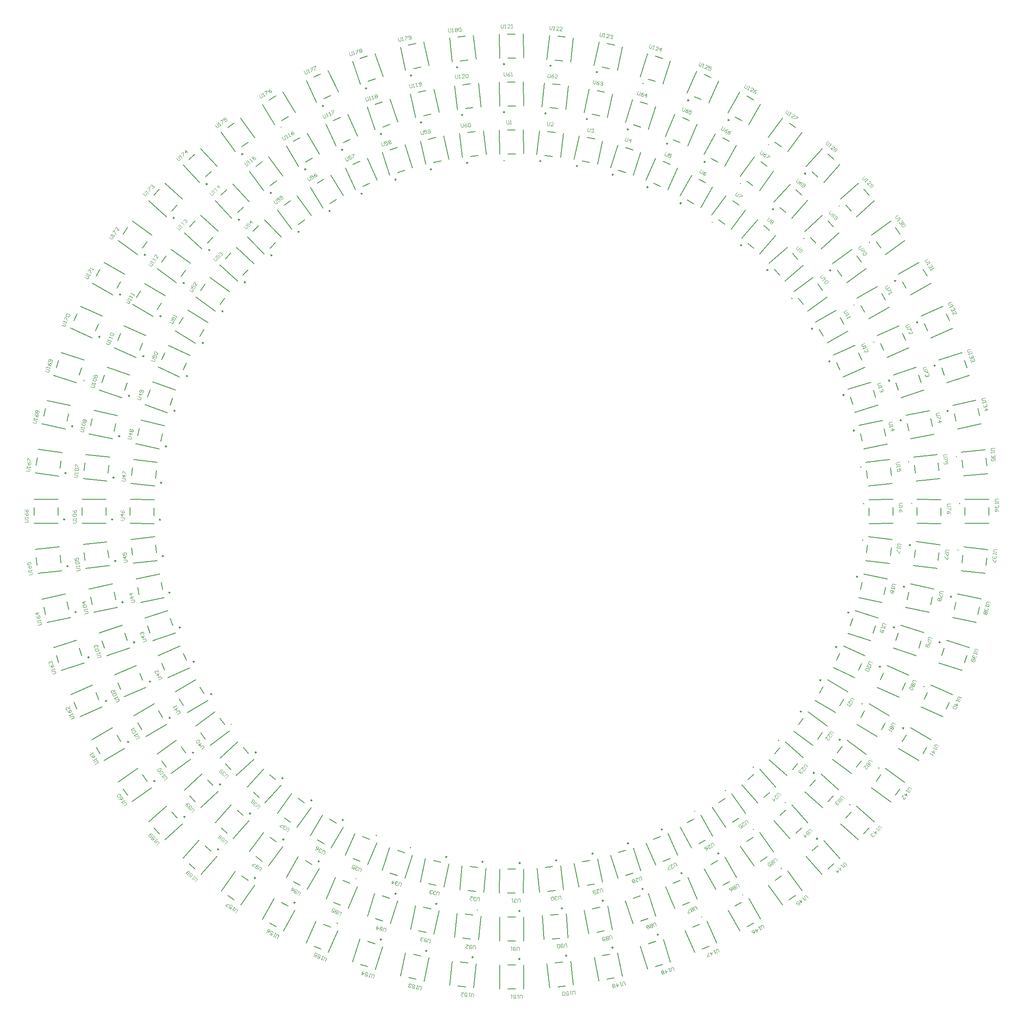
<source format=gto>
G04 Layer_Color=65535*
%FSLAX42Y42*%
%MOMM*%
G71*
G01*
G75*
%ADD156C,0.25*%
%ADD157C,0.25*%
%ADD158C,0.20*%
%ADD159C,0.10*%
D156*
X-157Y7310D02*
G03*
X-157Y7310I-2J12D01*
G01*
X611Y7304D02*
G03*
X611Y7304I-12J-0D01*
G01*
X1373Y7200D02*
G03*
X1373Y7200I-12J0D01*
G01*
X2111Y7029D02*
G03*
X2111Y7029I-4J-12D01*
G01*
X2842Y6758D02*
G03*
X2842Y6758I-12J0D01*
G01*
X3534Y6422D02*
G03*
X3534Y6422I-12J1D01*
G01*
X4183Y6026D02*
G03*
X4183Y6026I-12J-1D01*
G01*
X4793Y5550D02*
G03*
X4793Y5550I-12J-0D01*
G01*
X5344Y5030D02*
G03*
X5344Y5030I-12J-0D01*
G01*
X5842Y4437D02*
G03*
X5842Y4437I-12J2D01*
G01*
X6637Y3130D02*
G03*
X6637Y3130I-12J-1D01*
G01*
X6929Y2428D02*
G03*
X6929Y2428I-12J-0D01*
G01*
X7144Y1687D02*
G03*
X7144Y1687I-12J-0D01*
G01*
X7279Y927D02*
G03*
X7279Y927I-12J-1D01*
G01*
X7336Y162D02*
G03*
X7336Y162I-12J-1D01*
G01*
X7316Y-598D02*
G03*
X7316Y-598I-12J-1D01*
G01*
X7212Y-1361D02*
G03*
X7212Y-1361I-12J-1D01*
G01*
X7030Y-2106D02*
G03*
X7030Y-2106I-12J-0D01*
G01*
X6777Y-2824D02*
G03*
X6777Y-2824I-12J-0D01*
G01*
X6443Y-3509D02*
G03*
X6443Y-3509I-11J-7D01*
G01*
X6039Y-4170D02*
G03*
X6039Y-4170I-12J-1D01*
G01*
X5563Y-4770D02*
G03*
X5563Y-4770I-9J-9D01*
G01*
X5040Y-5331D02*
G03*
X5040Y-5331I-12J-1D01*
G01*
X4457Y-5817D02*
G03*
X4457Y-5817I-7J-10D01*
G01*
X3819Y-6250D02*
G03*
X3819Y-6250I-7J-10D01*
G01*
X3143Y-6625D02*
G03*
X3143Y-6625I-12J0D01*
G01*
X2437Y-6916D02*
G03*
X2437Y-6916I-12J0D01*
G01*
X1700Y-7131D02*
G03*
X1700Y-7131I-12J0D01*
G01*
X942Y-7268D02*
G03*
X942Y-7268I-12J0D01*
G01*
X181Y-7326D02*
G03*
X181Y-7326I-12J0D01*
G01*
X-592Y-7300D02*
G03*
X-592Y-7300I-12J0D01*
G01*
X-1349Y-7199D02*
G03*
X-1349Y-7199I-12J0D01*
G01*
X-2108Y-7008D02*
G03*
X-2108Y-7008I4J-12D01*
G01*
X-2819Y-6755D02*
G03*
X-2819Y-6755I-12J-1D01*
G01*
X-3505Y-6429D02*
G03*
X-3505Y-6429I-12J0D01*
G01*
X-4765Y-5557D02*
G03*
X-4765Y-5557I-12J0D01*
G01*
X-5322Y-5021D02*
G03*
X-5322Y-5021I-12J0D01*
G01*
X-6249Y-3805D02*
G03*
X-6249Y-3805I-12J-1D01*
G01*
X-6612Y-3130D02*
G03*
X-6612Y-3130I-12J0D01*
G01*
X-6903Y-2417D02*
G03*
X-6903Y-2417I-12J0D01*
G01*
X-7119Y-1688D02*
G03*
X-7119Y-1688I-12J0D01*
G01*
X-7255Y-930D02*
G03*
X-7255Y-930I-12J0D01*
G01*
X-7315Y-172D02*
G03*
X-7315Y-172I-12J0D01*
G01*
X-7291Y598D02*
G03*
X-7291Y598I-12J0D01*
G01*
X-7191Y1356D02*
G03*
X-7191Y1356I-12J0D01*
G01*
X-7012Y2099D02*
G03*
X-7012Y2099I-12J0D01*
G01*
X-6754Y2822D02*
G03*
X-6754Y2822I-12J0D01*
G01*
X-6422Y3513D02*
G03*
X-6422Y3513I-12J0D01*
G01*
X-6011Y4172D02*
G03*
X-6011Y4172I-12J0D01*
G01*
X-5548Y4776D02*
G03*
X-5548Y4776I-12J0D01*
G01*
X-4995Y5339D02*
G03*
X-4995Y5339I-12J0D01*
G01*
X-4427Y5829D02*
G03*
X-4427Y5829I-12J0D01*
G01*
X-3801Y6273D02*
G03*
X-3801Y6273I7J-11D01*
G01*
X-2420Y6903D02*
G03*
X-2420Y6903I3J12D01*
G01*
X-1668Y7130D02*
G03*
X-1668Y7130I-12J0D01*
G01*
X-914Y7267D02*
G03*
X-914Y7267I-12J0D01*
G01*
X-146Y8322D02*
G03*
X-146Y8322I-12J0D01*
G01*
X719Y8297D02*
G03*
X719Y8297I-12J0D01*
G01*
X1582Y8177D02*
G03*
X1582Y8177I-12J0D01*
G01*
X2434Y7964D02*
G03*
X2434Y7964I-12J0D01*
G01*
X3253Y7667D02*
G03*
X3253Y7667I-12J0D01*
G01*
X4036Y7286D02*
G03*
X4036Y7286I-12J0D01*
G01*
X4772Y6833D02*
G03*
X4772Y6833I-12J-1D01*
G01*
X5457Y6288D02*
G03*
X5457Y6288I-9J9D01*
G01*
X6091Y5687D02*
G03*
X6091Y5687I-12J-1D01*
G01*
X6651Y5024D02*
G03*
X6651Y5024I-12J-1D01*
G01*
X7138Y4300D02*
G03*
X7138Y4300I-11J6D01*
G01*
X7551Y3531D02*
G03*
X7551Y3531I-12J2D01*
G01*
X7879Y2726D02*
G03*
X7879Y2726I-12J0D01*
G01*
X8123Y1900D02*
G03*
X8123Y1900I-12J-0D01*
G01*
X8275Y1035D02*
G03*
X8275Y1035I-12J-1D01*
G01*
X8339Y169D02*
G03*
X8339Y169I-12J-1D01*
G01*
X8189Y-1566D02*
G03*
X8189Y-1566I-12J-3D01*
G01*
X7981Y-2415D02*
G03*
X7981Y-2415I-12J-1D01*
G01*
X7684Y-3227D02*
G03*
X7684Y-3227I-10J-7D01*
G01*
X7305Y-4010D02*
G03*
X7305Y-4010I-10J-8D01*
G01*
X6851Y-4756D02*
G03*
X6851Y-4756I-12J-0D01*
G01*
X6306Y-5439D02*
G03*
X6306Y-5439I-9J-9D01*
G01*
X5703Y-6065D02*
G03*
X5703Y-6065I-7J-10D01*
G01*
X5041Y-6626D02*
G03*
X5041Y-6626I-7J-10D01*
G01*
X4322Y-7127D02*
G03*
X4322Y-7127I-12J0D01*
G01*
X3556Y-7538D02*
G03*
X3556Y-7538I-12J0D01*
G01*
X2742Y-7867D02*
G03*
X2742Y-7867I-12J0D01*
G01*
X1915Y-8111D02*
G03*
X1915Y-8111I-12J0D01*
G01*
X1060Y-8267D02*
G03*
X1060Y-8267I-12J0D01*
G01*
X178Y-8325D02*
G03*
X178Y-8325I-12J0D01*
G01*
X-711Y-8308D02*
G03*
X-711Y-8308I5J11D01*
G01*
X-1557Y-8177D02*
G03*
X-1557Y-8177I-12J0D01*
G01*
X-2406Y-7966D02*
G03*
X-2406Y-7966I-12J0D01*
G01*
X-3245Y-7656D02*
G03*
X-3245Y-7656I5J-12D01*
G01*
X-4007Y-7292D02*
G03*
X-4007Y-7292I-12J0D01*
G01*
X-5437Y-6294D02*
G03*
X-5437Y-6294I-12J0D01*
G01*
X-6065Y-5690D02*
G03*
X-6065Y-5690I-12J0D01*
G01*
X-6626Y-5026D02*
G03*
X-6626Y-5026I-12J-1D01*
G01*
X-7115Y-4302D02*
G03*
X-7115Y-4302I-12J0D01*
G01*
X-7526Y-3544D02*
G03*
X-7526Y-3544I-12J0D01*
G01*
X-7854Y-2726D02*
G03*
X-7854Y-2726I-12J0D01*
G01*
X-8096Y-1892D02*
G03*
X-8096Y-1892I-12J0D01*
G01*
X-8249Y-1031D02*
G03*
X-8249Y-1031I-12J0D01*
G01*
X-8312Y-165D02*
G03*
X-8312Y-165I-12J0D01*
G01*
X-8284Y706D02*
G03*
X-8284Y706I-12J0D01*
G01*
X-8165Y1569D02*
G03*
X-8165Y1569I-12J0D01*
G01*
X-7961Y2410D02*
G03*
X-7961Y2410I-12J0D01*
G01*
X-7660Y3235D02*
G03*
X-7660Y3235I-12J0D01*
G01*
X-7305Y4071D02*
G03*
X-7305Y4071I-12J0D01*
G01*
X-6820Y4760D02*
G03*
X-6820Y4760I-12J0D01*
G01*
X-6288Y5446D02*
G03*
X-6288Y5446I-12J0D01*
G01*
X-5670Y6080D02*
G03*
X-5670Y6080I-12J0D01*
G01*
X-5007Y6640D02*
G03*
X-5007Y6640I-12J0D01*
G01*
X-4305Y7139D02*
G03*
X-4305Y7139I6J-11D01*
G01*
X-2725Y7854D02*
G03*
X-2725Y7854I3J12D01*
G01*
X-1876Y8108D02*
G03*
X-1876Y8108I-12J0D01*
G01*
X-1018Y8261D02*
G03*
X-1018Y8261I-12J0D01*
G01*
X-146Y9322D02*
G03*
X-146Y9322I-12J0D01*
G01*
X823Y9291D02*
G03*
X823Y9291I-12J0D01*
G01*
X1790Y9156D02*
G03*
X1790Y9156I-12J0D01*
G01*
X3694Y8568D02*
G03*
X3694Y8568I-12J-0D01*
G01*
X4534Y8155D02*
G03*
X4534Y8155I-12J0D01*
G01*
X5358Y7645D02*
G03*
X5358Y7645I-12J-1D01*
G01*
X6126Y7031D02*
G03*
X6126Y7031I-9J9D01*
G01*
X6832Y6364D02*
G03*
X6832Y6364I-12J-1D01*
G01*
X7458Y5608D02*
G03*
X7458Y5608I-10J7D01*
G01*
X8006Y4806D02*
G03*
X8006Y4806I-12J-1D01*
G01*
X8463Y3938D02*
G03*
X8463Y3938I-12J4D01*
G01*
X8830Y3039D02*
G03*
X8830Y3039I-12J0D01*
G01*
X9099Y2097D02*
G03*
X9099Y2097I-12J-1D01*
G01*
X9270Y1143D02*
G03*
X9270Y1143I-12J-1D01*
G01*
X9337Y166D02*
G03*
X9337Y166I-12J-1D01*
G01*
X9168Y-1777D02*
G03*
X9168Y-1777I-12J0D01*
G01*
X8932Y-2725D02*
G03*
X8932Y-2725I-12J0D01*
G01*
X8596Y-3649D02*
G03*
X8596Y-3649I-10J7D01*
G01*
X8172Y-4511D02*
G03*
X8172Y-4511I-11J-7D01*
G01*
X7654Y-5347D02*
G03*
X7654Y-5347I-12J-1D01*
G01*
X7050Y-6109D02*
G03*
X7050Y-6109I-10J-8D01*
G01*
X6374Y-6809D02*
G03*
X6374Y-6809I-8J-10D01*
G01*
X5621Y-7437D02*
G03*
X5621Y-7437I-7J-10D01*
G01*
X4816Y-7993D02*
G03*
X4816Y-7993I-12J-1D01*
G01*
X3960Y-8451D02*
G03*
X3960Y-8451I-12J-1D01*
G01*
X3058Y-8818D02*
G03*
X3058Y-8818I-12J0D01*
G01*
X2116Y-9088D02*
G03*
X2116Y-9088I-12J0D01*
G01*
X1151Y-9257D02*
G03*
X1151Y-9257I-12J0D01*
G01*
X164Y-9337D02*
G03*
X164Y-9337I-0J12D01*
G01*
X-817Y-9302D02*
G03*
X-817Y-9302I4J12D01*
G01*
X-1765Y-9156D02*
G03*
X-1765Y-9156I-12J0D01*
G01*
X-2712Y-8920D02*
G03*
X-2712Y-8920I-12J0D01*
G01*
X-3632Y-8583D02*
G03*
X-3632Y-8583I-12J-1D01*
G01*
X-4511Y-8152D02*
G03*
X-4511Y-8152I-12J0D01*
G01*
X-6105Y-7040D02*
G03*
X-6105Y-7040I-12J0D01*
G01*
X-6807Y-6362D02*
G03*
X-6807Y-6362I-12J0D01*
G01*
X-7434Y-5618D02*
G03*
X-7434Y-5618I-12J0D01*
G01*
X-7981Y-4801D02*
G03*
X-7981Y-4801I-12J-1D01*
G01*
X-8439Y-3947D02*
G03*
X-8439Y-3947I-12J0D01*
G01*
X-8805Y-3039D02*
G03*
X-8805Y-3039I-12J0D01*
G01*
X-9074Y-2097D02*
G03*
X-9074Y-2097I-12J0D01*
G01*
X-9244Y-1139D02*
G03*
X-9244Y-1139I-12J0D01*
G01*
X-9313Y-165D02*
G03*
X-9313Y-165I-12J0D01*
G01*
X-9143Y1777D02*
G03*
X-9143Y1777I-12J0D01*
G01*
X-8908Y2728D02*
G03*
X-8908Y2728I-12J-3D01*
G01*
X-8576Y3640D02*
G03*
X-8576Y3640I-12J0D01*
G01*
X-8146Y4520D02*
G03*
X-8146Y4520I-12J0D01*
G01*
X-7629Y5348D02*
G03*
X-7629Y5348I-12J0D01*
G01*
X-7028Y6117D02*
G03*
X-7028Y6117I-12J0D01*
G01*
X-6340Y6823D02*
G03*
X-6340Y6823I-12J0D01*
G01*
X-5602Y7447D02*
G03*
X-5602Y7447I-12J0D01*
G01*
X-3019Y8817D02*
G03*
X-3019Y8817I-12J0D01*
G01*
X-2084Y9086D02*
G03*
X-2084Y9086I-12J0D01*
G01*
X-1123Y9256D02*
G03*
X-1123Y9256I-12J0D01*
G01*
X-4161Y-6020D02*
G03*
X-4161Y-6020I-12J0D01*
G01*
X-3114Y6625D02*
G03*
X-3114Y6625I-12J0D01*
G01*
X8313Y-699D02*
G03*
X8313Y-699I-12J-0D01*
G01*
X-4746Y-6835D02*
G03*
X-4746Y-6835I-12J0D01*
G01*
X-3536Y7526D02*
G03*
X-3536Y7526I3J12D01*
G01*
X9305Y-807D02*
G03*
X9305Y-807I-12J-1D01*
G01*
X-5337Y-7638D02*
G03*
X-5337Y-7638I-12J0D01*
G01*
X-3920Y8452D02*
G03*
X-3920Y8452I-12J0D01*
G01*
X-9284Y801D02*
G03*
X-9284Y801I-12J0D01*
G01*
X2740Y8918D02*
G03*
X2740Y8918I-12J-1D01*
G01*
X6273Y3810D02*
G03*
X6273Y3810I-12J-1D01*
G01*
D157*
X-5840Y-4441D02*
D03*
X-4805Y8005D02*
D03*
D158*
X-254Y7946D02*
X-246Y7446D01*
X-84Y7949D02*
X76Y7951D01*
X246Y7954D02*
X254Y7454D01*
X-76Y7449D02*
X84Y7451D01*
X528Y7438D02*
X585Y7935D01*
X754Y7915D02*
X913Y7897D01*
X1025Y7381D02*
X1082Y7878D01*
X697Y7418D02*
X856Y7400D01*
X1304Y7340D02*
X1409Y7829D01*
X1576Y7793D02*
X1732Y7759D01*
X1792Y7235D02*
X1898Y7723D01*
X1470Y7304D02*
X1626Y7270D01*
X2065Y7162D02*
X2218Y7638D01*
X2380Y7586D02*
X2532Y7537D01*
X2541Y7009D02*
X2694Y7484D01*
X2227Y7110D02*
X2379Y7061D01*
X2802Y6907D02*
X3004Y7364D01*
X3160Y7295D02*
X3306Y7231D01*
X3259Y6705D02*
X3462Y7162D01*
X2958Y6838D02*
X3104Y6773D01*
X3509Y6574D02*
X3755Y7009D01*
X3903Y6925D02*
X4043Y6847D01*
X3945Y6328D02*
X4191Y6763D01*
X3657Y6490D02*
X3797Y6411D01*
X4176Y6176D02*
X4473Y6579D01*
X4610Y6478D02*
X4738Y6384D01*
X4579Y5880D02*
X4875Y6283D01*
X4313Y6075D02*
X4442Y5981D01*
X4799Y5700D02*
X5130Y6075D01*
X5257Y5963D02*
X5378Y5857D01*
X5175Y5369D02*
X5505Y5745D01*
X4927Y5587D02*
X5047Y5482D01*
X5369Y5176D02*
X5746Y5505D01*
X5858Y5377D02*
X5963Y5256D01*
X5698Y4800D02*
X6075Y5128D01*
X5481Y5048D02*
X5587Y4928D01*
X5880Y4581D02*
X6284Y4875D01*
X6384Y4738D02*
X6479Y4609D01*
X6175Y4177D02*
X6579Y4471D01*
X5980Y4443D02*
X6074Y4314D01*
X6704Y3258D02*
X7160Y3462D01*
X7230Y3307D02*
X7295Y3161D01*
X6908Y2802D02*
X7365Y3006D01*
X6773Y3103D02*
X6839Y2957D01*
X7011Y2546D02*
X7489Y2691D01*
X7539Y2529D02*
X7586Y2376D01*
X7157Y2067D02*
X7635Y2213D01*
X7061Y2383D02*
X7107Y2230D01*
X7236Y1795D02*
X7726Y1897D01*
X7760Y1730D02*
X7793Y1573D01*
X7338Y1305D02*
X7827Y1407D01*
X7271Y1628D02*
X7303Y1472D01*
X7381Y1025D02*
X7878Y1082D01*
X7897Y913D02*
X7915Y754D01*
X7438Y528D02*
X7935Y585D01*
X7400Y856D02*
X7418Y697D01*
X7448Y248D02*
X7948Y252D01*
X7949Y82D02*
X7951Y-78D01*
X7452Y-252D02*
X7952Y-248D01*
X7449Y78D02*
X7451Y-82D01*
X7438Y-528D02*
X7935Y-585D01*
X7897Y-913D02*
X7915Y-754D01*
X7381Y-1025D02*
X7878Y-1082D01*
X7400Y-856D02*
X7418Y-697D01*
X7339Y-1304D02*
X7828Y-1408D01*
X7760Y-1731D02*
X7793Y-1575D01*
X7235Y-1793D02*
X7724Y-1897D01*
X7271Y-1627D02*
X7304Y-1471D01*
X7163Y-2064D02*
X7638Y-2219D01*
X7536Y-2533D02*
X7586Y-2381D01*
X7008Y-2540D02*
X7484Y-2694D01*
X7061Y-2378D02*
X7110Y-2226D01*
X6913Y-2800D02*
X7367Y-3011D01*
X7227Y-3310D02*
X7295Y-3165D01*
X6702Y-3253D02*
X7155Y-3464D01*
X6774Y-3099D02*
X6842Y-2954D01*
X6583Y-3507D02*
X7011Y-3764D01*
X6841Y-4047D02*
X6924Y-3910D01*
X6325Y-3936D02*
X6754Y-4193D01*
X6413Y-3790D02*
X6495Y-3653D01*
X6177Y-4176D02*
X6579Y-4474D01*
X6383Y-4739D02*
X6478Y-4610D01*
X5880Y-4578D02*
X6282Y-4876D01*
X5981Y-4442D02*
X6076Y-4313D01*
X5704Y-4799D02*
X6075Y-5134D01*
X5854Y-5379D02*
X5962Y-5260D01*
X5369Y-5171D02*
X5741Y-5505D01*
X5483Y-5044D02*
X5590Y-4926D01*
X5174Y-5369D02*
X5505Y-5744D01*
X5258Y-5962D02*
X5378Y-5856D01*
X4799Y-5701D02*
X5131Y-6075D01*
X4927Y-5588D02*
X5047Y-5482D01*
X4590Y-5882D02*
X4874Y-6294D01*
X4602Y-6481D02*
X4733Y-6390D01*
X4178Y-6165D02*
X4462Y-6577D01*
X4318Y-6069D02*
X4450Y-5978D01*
X3947Y-6329D02*
X4190Y-6766D01*
X3901Y-6926D02*
X4041Y-6848D01*
X3510Y-6571D02*
X3753Y-7008D01*
X3659Y-6489D02*
X3799Y-6411D01*
X3259Y-6704D02*
X3462Y-7161D01*
X3160Y-7295D02*
X3307Y-7230D01*
X2802Y-6908D02*
X3005Y-7364D01*
X2957Y-6838D02*
X3103Y-6773D01*
X2543Y-7010D02*
X2693Y-7486D01*
X2378Y-7586D02*
X2531Y-7538D01*
X2066Y-7160D02*
X2216Y-7637D01*
X2228Y-7109D02*
X2381Y-7061D01*
X1796Y-7237D02*
X1896Y-7727D01*
X1572Y-7793D02*
X1729Y-7761D01*
X1306Y-7337D02*
X1406Y-7827D01*
X1473Y-7303D02*
X1629Y-7271D01*
X1027Y-7383D02*
X1080Y-7880D01*
X751Y-7915D02*
X911Y-7898D01*
X530Y-7435D02*
X582Y-7933D01*
X699Y-7418D02*
X858Y-7401D01*
X248Y-7952D02*
X252Y-7452D01*
X-82Y-7949D02*
X78Y-7951D01*
X-252Y-7948D02*
X-248Y-7448D01*
X-78Y-7449D02*
X82Y-7451D01*
X-580Y-7931D02*
X-532Y-7433D01*
X-908Y-7899D02*
X-749Y-7914D01*
X-1078Y-7883D02*
X-1030Y-7385D01*
X-861Y-7401D02*
X-701Y-7417D01*
X-1408Y-7828D02*
X-1304Y-7339D01*
X-1731Y-7760D02*
X-1575Y-7793D01*
X-1897Y-7724D02*
X-1793Y-7235D01*
X-1627Y-7271D02*
X-1471Y-7304D01*
X-2222Y-7640D02*
X-2063Y-7165D01*
X-2535Y-7535D02*
X-2383Y-7586D01*
X-2696Y-7481D02*
X-2537Y-7007D01*
X-2376Y-7061D02*
X-2224Y-7111D01*
X-3002Y-7363D02*
X-2803Y-6905D01*
X-3305Y-7232D02*
X-3158Y-7295D01*
X-3461Y-7164D02*
X-3261Y-6705D01*
X-3106Y-6773D02*
X-2959Y-6837D01*
X-3761Y-7011D02*
X-3508Y-6580D01*
X-4046Y-6843D02*
X-3908Y-6924D01*
X-4192Y-6757D02*
X-3939Y-6326D01*
X-3792Y-6412D02*
X-3654Y-6494D01*
X-5137Y-6075D02*
X-4799Y-5707D01*
X-5380Y-5852D02*
X-5262Y-5961D01*
X-5506Y-5738D02*
X-5168Y-5369D01*
X-5042Y-5484D02*
X-4924Y-5592D01*
X-5738Y-5506D02*
X-5369Y-5168D01*
X-5961Y-5262D02*
X-5852Y-5380D01*
X-6075Y-5137D02*
X-5707Y-4799D01*
X-5592Y-4924D02*
X-5484Y-5042D01*
X-6280Y-4876D02*
X-5880Y-4577D01*
X-6478Y-4612D02*
X-6382Y-4740D01*
X-6579Y-4475D02*
X-6179Y-4176D01*
X-6077Y-4312D02*
X-5981Y-4440D01*
X-6760Y-4192D02*
X-6327Y-3942D01*
X-6925Y-3906D02*
X-6845Y-4044D01*
X-7010Y-3758D02*
X-6577Y-3508D01*
X-6492Y-3656D02*
X-6412Y-3794D01*
X-7161Y-3462D02*
X-6704Y-3259D01*
X-7295Y-3160D02*
X-7230Y-3307D01*
X-7364Y-3005D02*
X-6908Y-2802D01*
X-6838Y-2957D02*
X-6773Y-3103D01*
X-7481Y-2696D02*
X-7007Y-2537D01*
X-7586Y-2383D02*
X-7535Y-2535D01*
X-7640Y-2222D02*
X-7165Y-2063D01*
X-7111Y-2224D02*
X-7061Y-2376D01*
X-7727Y-1896D02*
X-7237Y-1796D01*
X-7793Y-1572D02*
X-7761Y-1729D01*
X-7827Y-1406D02*
X-7337Y-1306D01*
X-7303Y-1473D02*
X-7271Y-1629D01*
X-7880Y-1080D02*
X-7383Y-1027D01*
X-7915Y-751D02*
X-7898Y-911D01*
X-7933Y-582D02*
X-7435Y-530D01*
X-7418Y-699D02*
X-7401Y-858D01*
X-7954Y-246D02*
X-7454Y-254D01*
X-7951Y-76D02*
X-7949Y84D01*
X-7946Y254D02*
X-7446Y246D01*
X-7451Y-84D02*
X-7449Y76D01*
X-7935Y585D02*
X-7438Y528D01*
X-7915Y754D02*
X-7897Y913D01*
X-7878Y1082D02*
X-7381Y1025D01*
X-7418Y697D02*
X-7400Y856D01*
X-7832Y1414D02*
X-7344Y1301D01*
X-7793Y1579D02*
X-7757Y1735D01*
X-7719Y1901D02*
X-7232Y1788D01*
X-7306Y1467D02*
X-7270Y1623D01*
X-7642Y2227D02*
X-7171Y2060D01*
X-7586Y2387D02*
X-7532Y2538D01*
X-7475Y2699D02*
X-7004Y2532D01*
X-7114Y2221D02*
X-7061Y2371D01*
X-7368Y3014D02*
X-6916Y2799D01*
X-7294Y3167D02*
X-7226Y3312D01*
X-7152Y3465D02*
X-6701Y3250D01*
X-6843Y2952D02*
X-6774Y3096D01*
X-7012Y3767D02*
X-6586Y3506D01*
X-6923Y3912D02*
X-6840Y4049D01*
X-6751Y4194D02*
X-6325Y3933D01*
X-6497Y3651D02*
X-6413Y3788D01*
X-6579Y4471D02*
X-6174Y4177D01*
X-6479Y4608D02*
X-6385Y4738D01*
X-6285Y4875D02*
X-5880Y4581D01*
X-6074Y4314D02*
X-5980Y4444D01*
X-6076Y5140D02*
X-5710Y4799D01*
X-5960Y5264D02*
X-5850Y5381D01*
X-5735Y5506D02*
X-5369Y5165D01*
X-5594Y4923D02*
X-5485Y5040D01*
X-5506Y5725D02*
X-5155Y5369D01*
X-5385Y5844D02*
X-5270Y5957D01*
X-5149Y6076D02*
X-4799Y5719D01*
X-5034Y5488D02*
X-4920Y5600D01*
X-4875Y6285D02*
X-4581Y5880D01*
X-4738Y6385D02*
X-4608Y6479D01*
X-4471Y6579D02*
X-4177Y6174D01*
X-4444Y5980D02*
X-4314Y6074D01*
X-4194Y6751D02*
X-3933Y6325D01*
X-4049Y6840D02*
X-3912Y6923D01*
X-3767Y7012D02*
X-3506Y6586D01*
X-3788Y6413D02*
X-3651Y6497D01*
X-2696Y7481D02*
X-2537Y7007D01*
X-2535Y7535D02*
X-2383Y7586D01*
X-2222Y7640D02*
X-2063Y7165D01*
X-2376Y7061D02*
X-2224Y7111D01*
X-1899Y7722D02*
X-1791Y7234D01*
X-1733Y7758D02*
X-1577Y7793D01*
X-1411Y7830D02*
X-1303Y7342D01*
X-1625Y7270D02*
X-1469Y7305D01*
X-1082Y7878D02*
X-1025Y7381D01*
X-913Y7897D02*
X-754Y7915D01*
X-585Y7935D02*
X-528Y7438D01*
X-856Y7400D02*
X-697Y7418D01*
X-254Y8946D02*
X-246Y8446D01*
X-84Y8949D02*
X76Y8951D01*
X246Y8954D02*
X254Y8454D01*
X-76Y8449D02*
X84Y8451D01*
X635Y8430D02*
X687Y8927D01*
X856Y8909D02*
X1015Y8893D01*
X1132Y8378D02*
X1184Y8875D01*
X804Y8412D02*
X963Y8395D01*
X1512Y8317D02*
X1616Y8806D01*
X1783Y8771D02*
X1939Y8738D01*
X2001Y8213D02*
X2105Y8702D01*
X1679Y8282D02*
X1835Y8249D01*
X2376Y8108D02*
X2522Y8586D01*
X2685Y8537D02*
X2838Y8490D01*
X2854Y7962D02*
X3001Y8440D01*
X2539Y8059D02*
X2692Y8012D01*
X3211Y7815D02*
X3406Y8276D01*
X3563Y8209D02*
X3710Y8147D01*
X3671Y7620D02*
X3866Y8080D01*
X3367Y7749D02*
X3515Y7686D01*
X4010Y7437D02*
X4253Y7874D01*
X4401Y7792D02*
X4541Y7714D01*
X4447Y7195D02*
X4690Y7632D01*
X4159Y7355D02*
X4299Y7277D01*
X4765Y6983D02*
X5058Y7388D01*
X5196Y7288D02*
X5325Y7194D01*
X5169Y6689D02*
X5463Y7094D01*
X4902Y6883D02*
X5032Y6789D01*
X5468Y6447D02*
X5803Y6818D01*
X5929Y6705D02*
X6048Y6598D01*
X5840Y6112D02*
X6175Y6484D01*
X5595Y6333D02*
X5714Y6226D01*
X6112Y5834D02*
X6478Y6175D01*
X6594Y6050D02*
X6703Y5933D01*
X6453Y5468D02*
X6819Y5809D01*
X6228Y5709D02*
X6337Y5592D01*
X6689Y5166D02*
X7091Y5463D01*
X7192Y5327D02*
X7287Y5198D01*
X6986Y4764D02*
X7388Y5061D01*
X6790Y5029D02*
X6885Y4901D01*
X7193Y4442D02*
X7626Y4692D01*
X7711Y4544D02*
X7791Y4406D01*
X7443Y4008D02*
X7876Y4258D01*
X7278Y4294D02*
X7358Y4156D01*
X7617Y3662D02*
X8072Y3870D01*
X8142Y3715D02*
X8209Y3569D01*
X7824Y3207D02*
X8279Y3415D01*
X7687Y3508D02*
X7754Y3362D01*
X7958Y2846D02*
X8432Y3005D01*
X8486Y2844D02*
X8537Y2692D01*
X8116Y2372D02*
X8591Y2531D01*
X8012Y2685D02*
X8062Y2533D01*
X8217Y2007D02*
X8708Y2102D01*
X8740Y1935D02*
X8771Y1778D01*
X8312Y1516D02*
X8803Y1611D01*
X8249Y1840D02*
X8280Y1683D01*
X8378Y1132D02*
X8875Y1184D01*
X8893Y1015D02*
X8909Y856D01*
X8430Y635D02*
X8927Y687D01*
X8395Y963D02*
X8412Y804D01*
X8452Y252D02*
X8952Y248D01*
X8949Y-82D02*
X8951Y78D01*
X8448Y-248D02*
X8948Y-252D01*
X8449Y-78D02*
X8451Y82D01*
X8317Y-1512D02*
X8806Y-1616D01*
X8738Y-1939D02*
X8771Y-1783D01*
X8213Y-2001D02*
X8702Y-2105D01*
X8249Y-1835D02*
X8282Y-1679D01*
X8114Y-2373D02*
X8589Y-2528D01*
X8487Y-2842D02*
X8537Y-2690D01*
X7959Y-2849D02*
X8435Y-3003D01*
X8012Y-2687D02*
X8061Y-2535D01*
X7823Y-3208D02*
X8278Y-3413D01*
X8143Y-3714D02*
X8209Y-3568D01*
X7617Y-3664D02*
X8073Y-3869D01*
X7687Y-3509D02*
X7753Y-3363D01*
X7446Y-4008D02*
X7877Y-4261D01*
X7709Y-4546D02*
X7790Y-4408D01*
X7192Y-4439D02*
X7623Y-4692D01*
X7278Y-4292D02*
X7360Y-4154D01*
X6989Y-4764D02*
X7389Y-5065D01*
X7190Y-5328D02*
X7286Y-5200D01*
X6688Y-5163D02*
X7088Y-5464D01*
X6791Y-5027D02*
X6887Y-4899D01*
X6447Y-5468D02*
X6818Y-5803D01*
X6598Y-6048D02*
X6705Y-5929D01*
X6112Y-5840D02*
X6484Y-6175D01*
X6226Y-5714D02*
X6333Y-5595D01*
X5843Y-6112D02*
X6174Y-6487D01*
X5927Y-6706D02*
X6047Y-6600D01*
X5469Y-6444D02*
X5800Y-6818D01*
X5596Y-6331D02*
X5716Y-6225D01*
X5175Y-6690D02*
X5462Y-7100D01*
X5192Y-7289D02*
X5323Y-7197D01*
X4766Y-6977D02*
X5052Y-7387D01*
X4905Y-6880D02*
X5036Y-6788D01*
X4445Y-7194D02*
X4691Y-7629D01*
X4403Y-7791D02*
X4543Y-7713D01*
X4009Y-7440D02*
X4255Y-7875D01*
X4157Y-7356D02*
X4297Y-7277D01*
X3671Y-7620D02*
X3866Y-8080D01*
X3563Y-8209D02*
X3710Y-8147D01*
X3211Y-7815D02*
X3406Y-8276D01*
X3367Y-7749D02*
X3515Y-7686D01*
X2849Y-7959D02*
X3003Y-8435D01*
X2690Y-8537D02*
X2842Y-8487D01*
X2373Y-8114D02*
X2528Y-8589D01*
X2535Y-8061D02*
X2687Y-8012D01*
X2009Y-8219D02*
X2100Y-8710D01*
X1776Y-8770D02*
X1933Y-8741D01*
X1517Y-8310D02*
X1609Y-8801D01*
X1685Y-8279D02*
X1842Y-8249D01*
X1141Y-8386D02*
X1176Y-8884D01*
X847Y-8907D02*
X1007Y-8896D01*
X643Y-8420D02*
X677Y-8919D01*
X812Y-8409D02*
X972Y-8397D01*
X250Y-8950D02*
X250Y-8450D01*
X-80Y-8950D02*
X80Y-8950D01*
X-250Y-8450D02*
X-250Y-8950D01*
X-80Y-8450D02*
X80Y-8450D01*
X-687Y-8927D02*
X-635Y-8430D01*
X-1015Y-8893D02*
X-856Y-8909D01*
X-1184Y-8875D02*
X-1132Y-8378D01*
X-963Y-8395D02*
X-804Y-8412D01*
X-1616Y-8806D02*
X-1512Y-8317D01*
X-1939Y-8738D02*
X-1783Y-8771D01*
X-2105Y-8702D02*
X-2001Y-8213D01*
X-1835Y-8249D02*
X-1679Y-8282D01*
X-2525Y-8588D02*
X-2375Y-8111D01*
X-2840Y-8489D02*
X-2687Y-8537D01*
X-3002Y-8437D02*
X-2852Y-7961D01*
X-2690Y-8012D02*
X-2537Y-8060D01*
X-3406Y-8276D02*
X-3211Y-7815D01*
X-3710Y-8147D02*
X-3563Y-8209D01*
X-3866Y-8080D02*
X-3671Y-7620D01*
X-3515Y-7686D02*
X-3367Y-7749D01*
X-4258Y-7876D02*
X-4008Y-7443D01*
X-4544Y-7711D02*
X-4406Y-7791D01*
X-4692Y-7626D02*
X-4442Y-7193D01*
X-4294Y-7278D02*
X-4156Y-7358D01*
X-5800Y-6818D02*
X-5469Y-6444D01*
X-6047Y-6600D02*
X-5927Y-6706D01*
X-6174Y-6487D02*
X-5843Y-6112D01*
X-5716Y-6225D02*
X-5596Y-6331D01*
X-6481Y-6175D02*
X-6112Y-5837D01*
X-6704Y-5931D02*
X-6596Y-6049D01*
X-6819Y-5806D02*
X-6450Y-5468D01*
X-6335Y-5594D02*
X-6227Y-5712D01*
X-7094Y-5463D02*
X-6689Y-5169D01*
X-7288Y-5196D02*
X-7194Y-5325D01*
X-7388Y-5058D02*
X-6983Y-4765D01*
X-6883Y-4902D02*
X-6789Y-5032D01*
X-7623Y-4692D02*
X-7192Y-4439D01*
X-7790Y-4408D02*
X-7709Y-4546D01*
X-7877Y-4261D02*
X-7446Y-4008D01*
X-7360Y-4154D02*
X-7278Y-4292D01*
X-8080Y-3866D02*
X-7620Y-3671D01*
X-8209Y-3563D02*
X-8147Y-3710D01*
X-8276Y-3406D02*
X-7815Y-3211D01*
X-7749Y-3367D02*
X-7686Y-3515D01*
X-8432Y-3005D02*
X-7958Y-2846D01*
X-8537Y-2692D02*
X-8486Y-2844D01*
X-8591Y-2531D02*
X-8116Y-2372D01*
X-8062Y-2533D02*
X-8012Y-2685D01*
X-8702Y-2105D02*
X-8213Y-2001D01*
X-8771Y-1783D02*
X-8738Y-1939D01*
X-8806Y-1616D02*
X-8317Y-1512D01*
X-8282Y-1679D02*
X-8249Y-1835D01*
X-8872Y-1186D02*
X-8376Y-1129D01*
X-8910Y-858D02*
X-8892Y-1017D01*
X-8929Y-689D02*
X-8432Y-633D01*
X-8413Y-802D02*
X-8395Y-961D01*
X-8950Y-250D02*
X-8450Y-250D01*
X-8950Y-80D02*
X-8950Y80D01*
X-8950Y250D02*
X-8450Y250D01*
X-8450Y-80D02*
X-8450Y80D01*
X-8927Y687D02*
X-8430Y635D01*
X-8909Y856D02*
X-8893Y1015D01*
X-8875Y1184D02*
X-8378Y1132D01*
X-8412Y804D02*
X-8395Y963D01*
X-8806Y1616D02*
X-8317Y1512D01*
X-8771Y1783D02*
X-8738Y1939D01*
X-8702Y2105D02*
X-8213Y2001D01*
X-8282Y1679D02*
X-8249Y1835D01*
X-8592Y2533D02*
X-8119Y2371D01*
X-8537Y2694D02*
X-8485Y2845D01*
X-8429Y3006D02*
X-7956Y2843D01*
X-8064Y2531D02*
X-8012Y2683D01*
X-8278Y3412D02*
X-7821Y3209D01*
X-8209Y3567D02*
X-8144Y3713D01*
X-8075Y3869D02*
X-7618Y3665D01*
X-7752Y3364D02*
X-7687Y3510D01*
X-7899Y4315D02*
X-7469Y4061D01*
X-7813Y4461D02*
X-7732Y4599D01*
X-7646Y4745D02*
X-7215Y4492D01*
X-7382Y4207D02*
X-7301Y4345D01*
X-7388Y5058D02*
X-6983Y4765D01*
X-7288Y5196D02*
X-7194Y5325D01*
X-7094Y5463D02*
X-6689Y5169D01*
X-6883Y4902D02*
X-6789Y5032D01*
X-6819Y5806D02*
X-6450Y5468D01*
X-6704Y5931D02*
X-6596Y6049D01*
X-6481Y6175D02*
X-6112Y5837D01*
X-6335Y5594D02*
X-6227Y5712D01*
X-6175Y6475D02*
X-5831Y6112D01*
X-6052Y6592D02*
X-5935Y6702D01*
X-5812Y6819D02*
X-5468Y6456D01*
X-5707Y6229D02*
X-5591Y6339D01*
X-5464Y7088D02*
X-5163Y6688D01*
X-5328Y7190D02*
X-5200Y7286D01*
X-5065Y7389D02*
X-4764Y6989D01*
X-5027Y6791D02*
X-4899Y6887D01*
X-4693Y7620D02*
X-4436Y7191D01*
X-4547Y7708D02*
X-4410Y7790D01*
X-4264Y7877D02*
X-4007Y7449D01*
X-4290Y7279D02*
X-4153Y7361D01*
X-3006Y8429D02*
X-2843Y7956D01*
X-2845Y8485D02*
X-2694Y8537D01*
X-2533Y8592D02*
X-2371Y8119D01*
X-2683Y8012D02*
X-2531Y8064D01*
X-2107Y8700D02*
X-1999Y8212D01*
X-1941Y8737D02*
X-1785Y8771D01*
X-1619Y8808D02*
X-1511Y8320D01*
X-1833Y8248D02*
X-1677Y8283D01*
X-1186Y8872D02*
X-1129Y8376D01*
X-1017Y8892D02*
X-858Y8910D01*
X-689Y8929D02*
X-633Y8432D01*
X-961Y8395D02*
X-802Y8413D01*
X-254Y9946D02*
X-246Y9446D01*
X-84Y9949D02*
X76Y9951D01*
X246Y9954D02*
X254Y9454D01*
X-76Y9449D02*
X84Y9451D01*
X739Y9424D02*
X791Y9922D01*
X960Y9904D02*
X1120Y9887D01*
X1236Y9372D02*
X1289Y9869D01*
X908Y9407D02*
X1067Y9390D01*
X1720Y9295D02*
X1824Y9785D01*
X1990Y9749D02*
X2147Y9716D01*
X2209Y9192D02*
X2313Y9681D01*
X1887Y9260D02*
X2043Y9227D01*
X3654Y8716D02*
X3856Y9174D01*
X4011Y9105D02*
X4158Y9041D01*
X4112Y8515D02*
X4313Y8972D01*
X3810Y8647D02*
X3957Y8583D01*
X4509Y8306D02*
X4756Y8741D01*
X4903Y8657D02*
X5043Y8579D01*
X4944Y8060D02*
X5191Y8495D01*
X4657Y8222D02*
X4797Y8143D01*
X5352Y7795D02*
X5649Y8197D01*
X5786Y8096D02*
X5915Y8001D01*
X5754Y7498D02*
X6051Y7900D01*
X5489Y7694D02*
X5617Y7599D01*
X6137Y7190D02*
X6472Y7562D01*
X6598Y7448D02*
X6717Y7341D01*
X6509Y6855D02*
X6844Y7227D01*
X6264Y7076D02*
X6383Y6969D01*
X6855Y6509D02*
X7227Y6844D01*
X7341Y6717D02*
X7448Y6598D01*
X7190Y6137D02*
X7562Y6472D01*
X6969Y6383D02*
X7076Y6264D01*
X7498Y5757D02*
X7903Y6051D01*
X8003Y5913D02*
X8097Y5784D01*
X7792Y5352D02*
X8197Y5646D01*
X7598Y5619D02*
X7692Y5490D01*
X8059Y4942D02*
X8492Y5192D01*
X8577Y5044D02*
X8657Y4906D01*
X8309Y4508D02*
X8742Y4758D01*
X8144Y4794D02*
X8224Y4656D01*
X8531Y4071D02*
X8987Y4276D01*
X9057Y4120D02*
X9122Y3974D01*
X8735Y3615D02*
X9192Y3819D01*
X8601Y3916D02*
X8666Y3770D01*
X8910Y3158D02*
X9386Y3312D01*
X9438Y3151D02*
X9488Y2999D01*
X9065Y2682D02*
X9540Y2837D01*
X8963Y2996D02*
X9012Y2844D01*
X9190Y2207D02*
X9678Y2315D01*
X9715Y2149D02*
X9749Y1993D01*
X9298Y1719D02*
X9786Y1827D01*
X9227Y2041D02*
X9261Y1885D01*
X9374Y1239D02*
X9872Y1287D01*
X9888Y1118D02*
X9903Y958D01*
X9422Y741D02*
X9920Y789D01*
X9390Y1070D02*
X9406Y910D01*
X9450Y250D02*
X9950Y250D01*
X9950Y-80D02*
X9950Y80D01*
X9450Y-250D02*
X9950Y-250D01*
X9450Y-80D02*
X9450Y80D01*
X9295Y-1720D02*
X9785Y-1824D01*
X9716Y-2147D02*
X9749Y-1990D01*
X9192Y-2209D02*
X9681Y-2313D01*
X9227Y-2043D02*
X9260Y-1887D01*
X9065Y-2682D02*
X9540Y-2837D01*
X9438Y-3151D02*
X9488Y-2999D01*
X8910Y-3158D02*
X9386Y-3312D01*
X8963Y-2996D02*
X9012Y-2844D01*
X8735Y-3615D02*
X9191Y-3819D01*
X9057Y-4120D02*
X9122Y-3974D01*
X8531Y-4072D02*
X8988Y-4275D01*
X8600Y-3917D02*
X8666Y-3771D01*
X8312Y-4508D02*
X8743Y-4761D01*
X8575Y-5046D02*
X8656Y-4908D01*
X8058Y-4939D02*
X8489Y-5192D01*
X8144Y-4792D02*
X8226Y-4654D01*
X7792Y-5352D02*
X8197Y-5646D01*
X8003Y-5913D02*
X8097Y-5784D01*
X7498Y-5757D02*
X7903Y-6051D01*
X7598Y-5619D02*
X7692Y-5490D01*
X7190Y-6137D02*
X7562Y-6472D01*
X7341Y-6717D02*
X7448Y-6598D01*
X6855Y-6509D02*
X7227Y-6844D01*
X6969Y-6383D02*
X7076Y-6264D01*
X6512Y-6856D02*
X6843Y-7230D01*
X6596Y-7449D02*
X6716Y-7343D01*
X6138Y-7187D02*
X6469Y-7561D01*
X6265Y-7074D02*
X6385Y-6968D01*
X5757Y-7498D02*
X6051Y-7903D01*
X5784Y-8097D02*
X5913Y-8003D01*
X5352Y-7792D02*
X5646Y-8197D01*
X5490Y-7692D02*
X5619Y-7598D01*
X4940Y-8059D02*
X5192Y-8491D01*
X4907Y-8657D02*
X5045Y-8576D01*
X4508Y-8310D02*
X4760Y-8742D01*
X4655Y-8225D02*
X4793Y-8144D01*
X4075Y-8532D02*
X4274Y-8991D01*
X3972Y-9123D02*
X4118Y-9059D01*
X3616Y-8732D02*
X3816Y-9190D01*
X3772Y-8664D02*
X3919Y-8600D01*
X3163Y-8913D02*
X3310Y-9391D01*
X2994Y-9488D02*
X3147Y-9441D01*
X2685Y-9059D02*
X2831Y-9537D01*
X2848Y-9010D02*
X3001Y-8963D01*
X2212Y-9193D02*
X2312Y-9683D01*
X1988Y-9749D02*
X2145Y-9717D01*
X1722Y-9293D02*
X1822Y-9783D01*
X1889Y-9259D02*
X2045Y-9227D01*
X1236Y-9372D02*
X1289Y-9869D01*
X960Y-9904D02*
X1120Y-9887D01*
X739Y-9424D02*
X791Y-9922D01*
X908Y-9407D02*
X1067Y-9390D01*
X250Y-9450D02*
X250Y-9950D01*
X-80Y-9950D02*
X80Y-9950D01*
X-250Y-9450D02*
X-250Y-9950D01*
X-80Y-9450D02*
X80Y-9450D01*
X-790Y-9921D02*
X-740Y-9423D01*
X-1118Y-9888D02*
X-959Y-9904D01*
X-1288Y-9871D02*
X-1238Y-9373D01*
X-1069Y-9390D02*
X-909Y-9406D01*
X-1824Y-9785D02*
X-1720Y-9295D01*
X-2147Y-9716D02*
X-1990Y-9749D01*
X-2313Y-9681D02*
X-2209Y-9192D01*
X-2043Y-9227D02*
X-1887Y-9260D01*
X-2837Y-9540D02*
X-2682Y-9065D01*
X-3151Y-9438D02*
X-2999Y-9488D01*
X-3312Y-9386D02*
X-3158Y-8910D01*
X-2996Y-8963D02*
X-2844Y-9012D01*
X-3816Y-9190D02*
X-3616Y-8732D01*
X-4118Y-9059D02*
X-3972Y-9123D01*
X-4274Y-8991D02*
X-4075Y-8532D01*
X-3919Y-8600D02*
X-3772Y-8664D01*
X-4753Y-8740D02*
X-4510Y-8303D01*
X-5041Y-8580D02*
X-4901Y-8658D01*
X-5190Y-8498D02*
X-4947Y-8061D01*
X-4799Y-8143D02*
X-4659Y-8221D01*
X-6472Y-7562D02*
X-6137Y-7190D01*
X-6717Y-7341D02*
X-6598Y-7448D01*
X-6844Y-7227D02*
X-6509Y-6855D01*
X-6383Y-6969D02*
X-6264Y-7076D01*
X-7227Y-6844D02*
X-6855Y-6509D01*
X-7448Y-6598D02*
X-7341Y-6717D01*
X-7562Y-6472D02*
X-7190Y-6137D01*
X-7076Y-6264D02*
X-6969Y-6383D01*
X-7906Y-6050D02*
X-7499Y-5760D01*
X-8097Y-5782D02*
X-8005Y-5912D01*
X-8196Y-5643D02*
X-7789Y-5353D01*
X-7690Y-5491D02*
X-7597Y-5621D01*
X-8489Y-5192D02*
X-8058Y-4939D01*
X-8656Y-4908D02*
X-8575Y-5046D01*
X-8743Y-4761D02*
X-8312Y-4508D01*
X-8226Y-4654D02*
X-8144Y-4792D01*
X-8991Y-4274D02*
X-8532Y-4075D01*
X-9123Y-3972D02*
X-9059Y-4118D01*
X-9190Y-3816D02*
X-8732Y-3616D01*
X-8664Y-3772D02*
X-8600Y-3919D01*
X-9386Y-3312D02*
X-8910Y-3158D01*
X-9488Y-2999D02*
X-9438Y-3151D01*
X-9540Y-2837D02*
X-9065Y-2682D01*
X-9012Y-2844D02*
X-8963Y-2996D01*
X-9678Y-2315D02*
X-9190Y-2207D01*
X-9749Y-1993D02*
X-9715Y-2149D01*
X-9786Y-1827D02*
X-9298Y-1719D01*
X-9261Y-1885D02*
X-9227Y-2041D01*
X-9869Y-1289D02*
X-9372Y-1236D01*
X-9904Y-960D02*
X-9887Y-1120D01*
X-9922Y-791D02*
X-9424Y-739D01*
X-9407Y-908D02*
X-9390Y-1067D01*
X-9950Y-250D02*
X-9450Y-250D01*
X-9950Y-80D02*
X-9950Y80D01*
X-9950Y250D02*
X-9450Y250D01*
X-9450Y80D02*
X-9450Y-80D01*
X-9785Y1824D02*
X-9295Y1720D01*
X-9749Y1990D02*
X-9716Y2147D01*
X-9681Y2313D02*
X-9192Y2209D01*
X-9260Y1887D02*
X-9227Y2043D01*
X-9540Y2837D02*
X-9065Y2682D01*
X-9488Y2999D02*
X-9438Y3151D01*
X-9386Y3312D02*
X-8910Y3158D01*
X-9012Y2844D02*
X-8963Y2996D01*
X-9193Y3822D02*
X-8738Y3614D01*
X-9122Y3976D02*
X-9056Y4122D01*
X-8985Y4277D02*
X-8530Y4069D01*
X-8667Y3769D02*
X-8601Y3914D01*
X-8742Y4758D02*
X-8309Y4508D01*
X-8657Y4906D02*
X-8577Y5044D01*
X-8492Y5192D02*
X-8059Y4942D01*
X-8224Y4656D02*
X-8144Y4794D01*
X-8197Y5646D02*
X-7792Y5352D01*
X-8097Y5784D02*
X-8003Y5913D01*
X-7903Y6051D02*
X-7498Y5757D01*
X-7692Y5490D02*
X-7598Y5619D01*
X-7562Y6472D02*
X-7190Y6137D01*
X-7448Y6598D02*
X-7341Y6717D01*
X-7227Y6844D02*
X-6855Y6509D01*
X-7076Y6264D02*
X-6969Y6383D01*
X-6844Y7218D02*
X-6500Y6855D01*
X-6721Y7335D02*
X-6605Y7445D01*
X-6481Y7562D02*
X-6137Y7199D01*
X-6377Y6972D02*
X-6260Y7082D01*
X-6051Y7903D02*
X-5757Y7498D01*
X-5913Y8003D02*
X-5784Y8097D01*
X-5646Y8197D02*
X-5352Y7792D01*
X-5619Y7598D02*
X-5490Y7692D01*
X-5193Y8486D02*
X-4936Y8057D01*
X-5047Y8574D02*
X-4910Y8656D01*
X-4764Y8743D02*
X-4507Y8315D01*
X-4790Y8145D02*
X-4653Y8227D01*
X-3315Y9380D02*
X-3152Y8907D01*
X-3155Y9436D02*
X-3003Y9488D01*
X-2842Y9543D02*
X-2680Y9070D01*
X-2992Y8963D02*
X-2840Y9015D01*
X-2315Y9678D02*
X-2207Y9190D01*
X-2149Y9715D02*
X-1993Y9749D01*
X-1827Y9786D02*
X-1719Y9298D01*
X-2041Y9227D02*
X-1885Y9261D01*
X-1291Y9867D02*
X-1234Y9370D01*
X-1122Y9886D02*
X-963Y9904D01*
X-794Y9924D02*
X-737Y9427D01*
X-1065Y9389D02*
X-906Y9408D01*
X-4468Y-6578D02*
X-4177Y-6171D01*
X-4736Y-6387D02*
X-4606Y-6479D01*
X-4875Y-6288D02*
X-4584Y-5881D01*
X-4446Y-5979D02*
X-4316Y-6072D01*
X-3463Y7158D02*
X-3256Y6703D01*
X-3308Y7229D02*
X-3163Y7295D01*
X-3008Y7365D02*
X-2801Y6910D01*
X-3101Y6774D02*
X-2955Y6840D01*
X8435Y-631D02*
X8931Y-692D01*
X8891Y-1019D02*
X8910Y-860D01*
X8374Y-1127D02*
X8870Y-1188D01*
X8394Y-958D02*
X8414Y-800D01*
X-5061Y-7388D02*
X-4764Y-6986D01*
X-5327Y-7192D02*
X-5198Y-7287D01*
X-5463Y-7091D02*
X-5166Y-6689D01*
X-5029Y-6790D02*
X-4901Y-6885D01*
X-3870Y8072D02*
X-3662Y7617D01*
X-3715Y8142D02*
X-3569Y8209D01*
X-3415Y8279D02*
X-3207Y7824D01*
X-3508Y7687D02*
X-3362Y7754D01*
X9427Y-737D02*
X9924Y-794D01*
X9886Y-1122D02*
X9904Y-963D01*
X9370Y-1234D02*
X9867Y-1291D01*
X9389Y-1065D02*
X9408Y-906D01*
X-5643Y-8196D02*
X-5353Y-7789D01*
X-5912Y-8005D02*
X-5782Y-8097D01*
X-6050Y-7906D02*
X-5760Y-7499D01*
X-5621Y-7597D02*
X-5491Y-7690D01*
X-4279Y8979D02*
X-4063Y8528D01*
X-4125Y9053D02*
X-3981Y9121D01*
X-3827Y9195D02*
X-3612Y8743D01*
X-3910Y8601D02*
X-3766Y8670D01*
X-9927Y799D02*
X-9432Y733D01*
X-9905Y967D02*
X-9884Y1126D01*
X-9862Y1294D02*
X-9366Y1229D01*
X-9409Y902D02*
X-9389Y1061D01*
X2684Y9062D02*
X2834Y9539D01*
X2996Y9488D02*
X3149Y9440D01*
X3161Y8912D02*
X3311Y9389D01*
X2846Y9011D02*
X2999Y8963D01*
X6328Y3945D02*
X6763Y4191D01*
X6847Y4043D02*
X6925Y3903D01*
X6574Y3509D02*
X7009Y3755D01*
X6411Y3797D02*
X6490Y3657D01*
D159*
X-108Y8149D02*
X-106Y8087D01*
X-93Y8075D01*
X-68Y8076D01*
X-56Y8088D01*
X-58Y8151D01*
X-31Y8077D02*
X-6Y8078D01*
X-18Y8077D01*
X-21Y8152D01*
X-33Y8139D01*
X744Y8116D02*
X740Y8054D01*
X751Y8040D01*
X776Y8039D01*
X790Y8050D01*
X794Y8112D01*
X864Y8032D02*
X814Y8036D01*
X867Y8082D01*
X868Y8095D01*
X856Y8108D01*
X831Y8110D01*
X818Y8098D01*
X1589Y7994D02*
X1578Y7932D01*
X1588Y7918D01*
X1612Y7913D01*
X1627Y7923D01*
X1638Y7985D01*
X1660Y7968D02*
X1675Y7978D01*
X1699Y7973D01*
X1710Y7959D01*
X1707Y7947D01*
X1693Y7936D01*
X1680Y7939D01*
X1693Y7936D01*
X1703Y7922D01*
X1701Y7910D01*
X1686Y7900D01*
X1661Y7904D01*
X1651Y7919D01*
X2383Y7794D02*
X2365Y7734D01*
X2373Y7718D01*
X2397Y7711D01*
X2412Y7719D01*
X2431Y7779D01*
X2468Y7689D02*
X2491Y7760D01*
X2444Y7736D01*
X2491Y7721D01*
X3218Y7488D02*
X3193Y7431D01*
X3199Y7414D01*
X3222Y7404D01*
X3238Y7410D01*
X3264Y7467D01*
X3332Y7436D02*
X3287Y7457D01*
X3271Y7422D01*
X3299Y7424D01*
X3311Y7418D01*
X3317Y7402D01*
X3307Y7379D01*
X3290Y7373D01*
X3267Y7383D01*
X3261Y7400D01*
X3951Y7128D02*
X3921Y7073D01*
X3926Y7057D01*
X3948Y7044D01*
X3965Y7049D01*
X3995Y7104D01*
X4060Y7068D02*
X4033Y7069D01*
X3999Y7059D01*
X3986Y7037D01*
X3991Y7020D01*
X4013Y7008D01*
X4030Y7013D01*
X4036Y7024D01*
X4031Y7041D01*
X3999Y7059D01*
X4704Y6656D02*
X4668Y6605D01*
X4671Y6587D01*
X4691Y6573D01*
X4708Y6576D01*
X4745Y6627D01*
X4765Y6612D02*
X4806Y6583D01*
X4799Y6573D01*
X4729Y6561D01*
X4722Y6551D01*
X5375Y6126D02*
X5333Y6080D01*
X5333Y6063D01*
X5352Y6046D01*
X5369Y6046D01*
X5412Y6092D01*
X5422Y6066D02*
X5439Y6067D01*
X5458Y6050D01*
X5458Y6032D01*
X5450Y6023D01*
X5432Y6022D01*
X5433Y6004D01*
X5424Y5995D01*
X5407Y5995D01*
X5388Y6012D01*
X5388Y6029D01*
X5396Y6038D01*
X5414Y6039D01*
X5413Y6057D01*
X5422Y6066D01*
X5414Y6039D02*
X5432Y6022D01*
X5983Y5534D02*
X5939Y5490D01*
X5938Y5472D01*
X5956Y5455D01*
X5974Y5455D01*
X6018Y5498D01*
X5991Y5437D02*
X5991Y5419D01*
X6009Y5401D01*
X6026Y5401D01*
X6062Y5436D01*
X6062Y5454D01*
X6044Y5472D01*
X6027Y5472D01*
X6018Y5463D01*
X6018Y5445D01*
X6044Y5419D01*
X6487Y4933D02*
X6438Y4895D01*
X6435Y4878D01*
X6451Y4858D01*
X6468Y4856D01*
X6518Y4894D01*
X6473Y4828D02*
X6489Y4809D01*
X6481Y4818D01*
X6540Y4864D01*
X6523Y4866D01*
X6561Y4817D02*
X6579Y4815D01*
X6594Y4795D01*
X6592Y4777D01*
X6552Y4747D01*
X6534Y4749D01*
X6519Y4769D01*
X6521Y4786D01*
X6561Y4817D01*
X7357Y3507D02*
X7300Y3481D01*
X7293Y3465D01*
X7304Y3442D01*
X7320Y3436D01*
X7377Y3461D01*
X7319Y3408D02*
X7329Y3385D01*
X7324Y3397D01*
X7393Y3427D01*
X7376Y3433D01*
X7365Y3305D02*
X7345Y3351D01*
X7411Y3326D01*
X7422Y3331D01*
X7428Y3347D01*
X7418Y3370D01*
X7402Y3376D01*
X7695Y2684D02*
X7635Y2666D01*
X7627Y2650D01*
X7634Y2626D01*
X7650Y2618D01*
X7710Y2636D01*
X7645Y2591D02*
X7653Y2567D01*
X7649Y2579D01*
X7721Y2600D01*
X7705Y2609D01*
X7723Y2549D02*
X7739Y2541D01*
X7746Y2517D01*
X7738Y2501D01*
X7726Y2498D01*
X7710Y2506D01*
X7707Y2518D01*
X7710Y2506D01*
X7702Y2490D01*
X7690Y2487D01*
X7675Y2495D01*
X7667Y2519D01*
X7676Y2534D01*
X7933Y1867D02*
X7872Y1854D01*
X7863Y1839D01*
X7868Y1814D01*
X7883Y1805D01*
X7944Y1819D01*
X7877Y1778D02*
X7882Y1753D01*
X7879Y1765D01*
X7953Y1782D01*
X7938Y1792D01*
X7899Y1680D02*
X7972Y1697D01*
X7927Y1725D01*
X7938Y1676D01*
X8085Y1030D02*
X8023Y1021D01*
X8012Y1007D01*
X8016Y982D01*
X8030Y971D01*
X8092Y981D01*
X8022Y945D02*
X8025Y920D01*
X8023Y933D01*
X8098Y944D01*
X8083Y954D01*
X8112Y845D02*
X8105Y894D01*
X8068Y889D01*
X8084Y866D01*
X8086Y853D01*
X8075Y839D01*
X8051Y836D01*
X8036Y846D01*
X8033Y871D01*
X8043Y885D01*
X8148Y176D02*
X8086D01*
X8073Y164D01*
Y139D01*
X8086Y126D01*
X8148D01*
X8073Y101D02*
Y76D01*
Y89D01*
X8148D01*
X8136Y101D01*
X8148Y-11D02*
X8136Y14D01*
X8111Y39D01*
X8086D01*
X8073Y26D01*
Y1D01*
X8086Y-11D01*
X8098D01*
X8111Y1D01*
Y39D01*
X8121Y-684D02*
X8059Y-671D01*
X8045Y-681D01*
X8039Y-705D01*
X8049Y-720D01*
X8110Y-733D01*
X8032Y-742D02*
X8026Y-766D01*
X8029Y-754D01*
X8102Y-770D01*
X8093Y-755D01*
X8092Y-819D02*
X8082Y-868D01*
X8069Y-865D01*
X8031Y-806D01*
X8019Y-803D01*
X8006Y-1526D02*
X7945Y-1509D01*
X7930Y-1518D01*
X7924Y-1542D01*
X7932Y-1558D01*
X7993Y-1574D01*
X7914Y-1579D02*
X7907Y-1603D01*
X7911Y-1591D01*
X7983Y-1610D01*
X7974Y-1595D01*
X7958Y-1655D02*
X7967Y-1670D01*
X7960Y-1695D01*
X7945Y-1703D01*
X7933Y-1700D01*
X7924Y-1685D01*
X7909Y-1694D01*
X7897Y-1690D01*
X7888Y-1675D01*
X7894Y-1651D01*
X7910Y-1642D01*
X7922Y-1645D01*
X7931Y-1661D01*
X7946Y-1652D01*
X7958Y-1655D01*
X7931Y-1661D02*
X7924Y-1685D01*
X7803Y-2351D02*
X7744Y-2331D01*
X7728Y-2339D01*
X7720Y-2363D01*
X7728Y-2379D01*
X7788Y-2398D01*
X7709Y-2398D02*
X7701Y-2422D01*
X7705Y-2410D01*
X7776Y-2434D01*
X7768Y-2418D01*
X7701Y-2462D02*
X7685Y-2469D01*
X7677Y-2493D01*
X7685Y-2509D01*
X7732Y-2525D01*
X7748Y-2517D01*
X7756Y-2493D01*
X7748Y-2477D01*
X7736Y-2473D01*
X7720Y-2481D01*
X7708Y-2517D01*
X7516Y-3152D02*
X7458Y-3128D01*
X7442Y-3134D01*
X7432Y-3157D01*
X7439Y-3174D01*
X7496Y-3198D01*
X7398Y-3238D02*
X7417Y-3192D01*
X7444Y-3257D01*
X7455Y-3262D01*
X7472Y-3256D01*
X7482Y-3233D01*
X7475Y-3216D01*
X7446Y-3285D02*
X7452Y-3302D01*
X7443Y-3325D01*
X7426Y-3331D01*
X7380Y-3312D01*
X7374Y-3295D01*
X7383Y-3272D01*
X7400Y-3266D01*
X7446Y-3285D01*
X7142Y-3925D02*
X7090Y-3891D01*
X7073Y-3894D01*
X7059Y-3915D01*
X7062Y-3933D01*
X7115Y-3967D01*
X7011Y-3988D02*
X7038Y-3947D01*
X7052Y-4016D01*
X7063Y-4023D01*
X7080Y-4019D01*
X7094Y-3998D01*
X7090Y-3981D01*
X6997Y-4009D02*
X6983Y-4030D01*
X6990Y-4019D01*
X7052Y-4061D01*
X7049Y-4044D01*
X6715Y-4619D02*
X6665Y-4581D01*
X6647Y-4584D01*
X6632Y-4604D01*
X6635Y-4621D01*
X6685Y-4659D01*
X6580Y-4674D02*
X6610Y-4634D01*
X6620Y-4704D01*
X6630Y-4711D01*
X6647Y-4709D01*
X6662Y-4689D01*
X6660Y-4671D01*
X6534Y-4733D02*
X6565Y-4693D01*
X6574Y-4763D01*
X6584Y-4771D01*
X6602Y-4769D01*
X6617Y-4749D01*
X6614Y-4731D01*
X6172Y-5323D02*
X6126Y-5280D01*
X6109Y-5280D01*
X6092Y-5298D01*
X6092Y-5316D01*
X6137Y-5359D01*
X6031Y-5362D02*
X6066Y-5325D01*
X6068Y-5396D01*
X6077Y-5405D01*
X6094Y-5404D01*
X6112Y-5386D01*
X6111Y-5368D01*
X6059Y-5423D02*
X6060Y-5440D01*
X6043Y-5459D01*
X6025Y-5459D01*
X6016Y-5450D01*
X6016Y-5433D01*
X6024Y-5424D01*
X6016Y-5433D01*
X5998Y-5433D01*
X5989Y-5425D01*
X5988Y-5407D01*
X6006Y-5389D01*
X6023Y-5388D01*
X5610Y-5912D02*
X5567Y-5866D01*
X5549Y-5866D01*
X5531Y-5883D01*
X5531Y-5901D01*
X5574Y-5946D01*
X5468Y-5943D02*
X5504Y-5909D01*
X5502Y-5980D01*
X5511Y-5989D01*
X5528Y-5989D01*
X5547Y-5972D01*
X5547Y-5954D01*
X5422Y-5986D02*
X5474Y-6041D01*
X5475Y-5988D01*
X5439Y-6022D01*
X4932Y-6488D02*
X4895Y-6438D01*
X4878Y-6435D01*
X4858Y-6450D01*
X4855Y-6467D01*
X4892Y-6518D01*
X4787Y-6502D02*
X4827Y-6472D01*
X4817Y-6542D01*
X4824Y-6552D01*
X4842Y-6555D01*
X4862Y-6540D01*
X4865Y-6523D01*
X4772Y-6607D02*
X4812Y-6577D01*
X4790Y-6547D01*
X4777Y-6572D01*
X4767Y-6579D01*
X4749Y-6577D01*
X4734Y-6557D01*
X4737Y-6539D01*
X4757Y-6524D01*
X4775Y-6527D01*
X4227Y-6968D02*
X4195Y-6914D01*
X4178Y-6910D01*
X4157Y-6922D01*
X4152Y-6939D01*
X4183Y-6993D01*
X4081Y-6966D02*
X4124Y-6941D01*
X4106Y-7009D01*
X4112Y-7020D01*
X4129Y-7025D01*
X4151Y-7012D01*
X4155Y-6995D01*
X4053Y-7068D02*
X4069Y-7045D01*
X4078Y-7011D01*
X4065Y-6989D01*
X4048Y-6985D01*
X4027Y-6997D01*
X4022Y-7014D01*
X4028Y-7025D01*
X4046Y-7030D01*
X4078Y-7011D01*
X3445Y-7386D02*
X3418Y-7330D01*
X3401Y-7324D01*
X3379Y-7335D01*
X3373Y-7351D01*
X3400Y-7408D01*
X3300Y-7372D02*
X3345Y-7351D01*
X3321Y-7417D01*
X3327Y-7429D01*
X3343Y-7435D01*
X3366Y-7424D01*
X3372Y-7407D01*
X3310Y-7451D02*
X3264Y-7472D01*
X3259Y-7461D01*
X3283Y-7394D01*
X3277Y-7383D01*
X2719Y-7683D02*
X2699Y-7624D01*
X2684Y-7616D01*
X2660Y-7623D01*
X2652Y-7639D01*
X2671Y-7699D01*
X2577Y-7650D02*
X2624Y-7635D01*
X2592Y-7698D01*
X2596Y-7710D01*
X2612Y-7718D01*
X2635Y-7710D01*
X2643Y-7694D01*
X2572Y-7718D02*
X2564Y-7733D01*
X2540Y-7741D01*
X2525Y-7733D01*
X2521Y-7721D01*
X2529Y-7705D01*
X2513Y-7697D01*
X2509Y-7685D01*
X2517Y-7670D01*
X2541Y-7662D01*
X2557Y-7670D01*
X2561Y-7682D01*
X2553Y-7698D01*
X2568Y-7706D01*
X2572Y-7718D01*
X2553Y-7698D02*
X2529Y-7705D01*
X1904Y-7924D02*
X1888Y-7864D01*
X1873Y-7855D01*
X1849Y-7862D01*
X1840Y-7877D01*
X1856Y-7937D01*
X1764Y-7884D02*
X1813Y-7871D01*
X1777Y-7933D01*
X1781Y-7945D01*
X1796Y-7953D01*
X1820Y-7947D01*
X1829Y-7932D01*
X1743Y-7903D02*
X1728Y-7894D01*
X1704Y-7900D01*
X1695Y-7916D01*
X1708Y-7964D01*
X1723Y-7973D01*
X1748Y-7966D01*
X1756Y-7951D01*
X1753Y-7939D01*
X1738Y-7930D01*
X1702Y-7940D01*
X1028Y-8085D02*
X1020Y-8023D01*
X1007Y-8012D01*
X982Y-8015D01*
X971Y-8029D01*
X978Y-8091D01*
X952Y-8081D02*
X941Y-8095D01*
X916Y-8098D01*
X902Y-8087D01*
X901Y-8074D01*
X912Y-8060D01*
X924Y-8059D01*
X912Y-8060D01*
X898Y-8049D01*
X896Y-8037D01*
X907Y-8023D01*
X932Y-8020D01*
X946Y-8031D01*
X877Y-8089D02*
X866Y-8103D01*
X841Y-8106D01*
X827Y-8095D01*
X822Y-8045D01*
X833Y-8032D01*
X858Y-8029D01*
X871Y-8040D01*
X877Y-8089D01*
X176Y-8148D02*
Y-8086D01*
X164Y-8073D01*
X139D01*
X126Y-8086D01*
Y-8148D01*
X101Y-8136D02*
X89Y-8148D01*
X64D01*
X51Y-8136D01*
Y-8123D01*
X64Y-8111D01*
X76D01*
X64D01*
X51Y-8098D01*
Y-8086D01*
X64Y-8073D01*
X89D01*
X101Y-8086D01*
X26Y-8073D02*
X1D01*
X14D01*
Y-8148D01*
X26Y-8136D01*
X-678Y-8122D02*
X-670Y-8060D01*
X-681Y-8046D01*
X-706Y-8042D01*
X-720Y-8053D01*
X-728Y-8115D01*
X-751Y-8099D02*
X-765Y-8110D01*
X-790Y-8107D01*
X-801Y-8093D01*
X-799Y-8081D01*
X-785Y-8070D01*
X-773Y-8071D01*
X-785Y-8070D01*
X-796Y-8056D01*
X-794Y-8043D01*
X-780Y-8033D01*
X-755Y-8036D01*
X-745Y-8050D01*
X-867Y-8021D02*
X-817Y-8028D01*
X-873Y-8071D01*
X-875Y-8083D01*
X-864Y-8097D01*
X-840Y-8100D01*
X-826Y-8090D01*
X-1524Y-8006D02*
X-1509Y-7945D01*
X-1518Y-7930D01*
X-1543Y-7924D01*
X-1558Y-7933D01*
X-1573Y-7994D01*
X-1594Y-7976D02*
X-1609Y-7985D01*
X-1633Y-7979D01*
X-1643Y-7964D01*
X-1640Y-7952D01*
X-1624Y-7942D01*
X-1612Y-7945D01*
X-1624Y-7942D01*
X-1633Y-7927D01*
X-1630Y-7915D01*
X-1615Y-7906D01*
X-1591Y-7912D01*
X-1582Y-7927D01*
X-1667Y-7958D02*
X-1682Y-7967D01*
X-1706Y-7961D01*
X-1715Y-7946D01*
X-1712Y-7933D01*
X-1697Y-7924D01*
X-1685Y-7927D01*
X-1697Y-7924D01*
X-1706Y-7909D01*
X-1703Y-7897D01*
X-1688Y-7888D01*
X-1664Y-7894D01*
X-1655Y-7909D01*
X-2317Y-7814D02*
X-2297Y-7754D01*
X-2305Y-7739D01*
X-2329Y-7731D01*
X-2345Y-7739D01*
X-2364Y-7798D01*
X-2384Y-7779D02*
X-2400Y-7787D01*
X-2424Y-7779D01*
X-2432Y-7763D01*
X-2428Y-7751D01*
X-2412Y-7743D01*
X-2400Y-7747D01*
X-2412Y-7743D01*
X-2420Y-7728D01*
X-2416Y-7716D01*
X-2400Y-7708D01*
X-2377Y-7715D01*
X-2369Y-7731D01*
X-2472Y-7685D02*
X-2495Y-7756D01*
X-2448Y-7732D01*
X-2495Y-7716D01*
X-3156Y-7514D02*
X-3128Y-7458D01*
X-3134Y-7441D01*
X-3156Y-7430D01*
X-3173Y-7436D01*
X-3200Y-7492D01*
X-3217Y-7470D02*
X-3234Y-7476D01*
X-3257Y-7465D01*
X-3262Y-7448D01*
X-3257Y-7437D01*
X-3240Y-7431D01*
X-3229Y-7437D01*
X-3240Y-7431D01*
X-3246Y-7414D01*
X-3240Y-7403D01*
X-3224Y-7397D01*
X-3201Y-7408D01*
X-3196Y-7425D01*
X-3335Y-7427D02*
X-3290Y-7448D01*
X-3274Y-7415D01*
X-3302Y-7415D01*
X-3313Y-7410D01*
X-3319Y-7393D01*
X-3308Y-7370D01*
X-3291Y-7365D01*
X-3269Y-7376D01*
X-3263Y-7392D01*
X-3921Y-7144D02*
X-3890Y-7090D01*
X-3895Y-7073D01*
X-3916Y-7061D01*
X-3934Y-7065D01*
X-3965Y-7120D01*
X-3980Y-7096D02*
X-3997Y-7101D01*
X-4019Y-7088D01*
X-4023Y-7071D01*
X-4017Y-7060D01*
X-4000Y-7056D01*
X-3989Y-7062D01*
X-4000Y-7056D01*
X-4005Y-7039D01*
X-3998Y-7028D01*
X-3981Y-7023D01*
X-3960Y-7036D01*
X-3955Y-7053D01*
X-4095Y-7045D02*
X-4067Y-7046D01*
X-4033Y-7037D01*
X-4020Y-7015D01*
X-4025Y-6998D01*
X-4046Y-6986D01*
X-4063Y-6990D01*
X-4070Y-7001D01*
X-4065Y-7018D01*
X-4033Y-7037D01*
X-5297Y-6193D02*
X-5253Y-6149D01*
Y-6131D01*
X-5271Y-6114D01*
X-5288D01*
X-5333Y-6158D01*
X-5341Y-6131D02*
X-5359D01*
X-5377Y-6114D01*
Y-6096D01*
X-5368Y-6087D01*
X-5350D01*
X-5341Y-6096D01*
X-5350Y-6087D01*
X-5350Y-6070D01*
X-5341Y-6061D01*
X-5324D01*
X-5306Y-6078D01*
Y-6096D01*
X-5395Y-6078D02*
X-5412D01*
X-5430Y-6061D01*
Y-6043D01*
X-5421Y-6034D01*
X-5403D01*
Y-6017D01*
X-5395Y-6008D01*
X-5377D01*
X-5359Y-6025D01*
Y-6043D01*
X-5368Y-6052D01*
X-5386Y-6052D01*
Y-6070D01*
X-5395Y-6078D01*
X-5386Y-6052D02*
X-5403Y-6034D01*
X-5959Y-5560D02*
X-5915Y-5516D01*
Y-5498D01*
X-5932Y-5481D01*
X-5950D01*
X-5994Y-5525D01*
X-6003Y-5498D02*
X-6021D01*
X-6038Y-5481D01*
Y-5463D01*
X-6029Y-5454D01*
X-6012D01*
X-6003Y-5463D01*
X-6012Y-5454D01*
X-6012Y-5436D01*
X-6003Y-5428D01*
X-5985D01*
X-5968Y-5445D01*
Y-5463D01*
X-6021Y-5410D02*
Y-5392D01*
X-6038Y-5375D01*
X-6056D01*
X-6091Y-5410D01*
Y-5428D01*
X-6074Y-5445D01*
X-6056D01*
X-6047Y-5436D01*
Y-5419D01*
X-6074Y-5392D01*
X-6468Y-4959D02*
X-6417Y-4923D01*
X-6413Y-4906D01*
X-6428Y-4885D01*
X-6445Y-4882D01*
X-6496Y-4918D01*
X-6471Y-4824D02*
X-6532Y-4867D01*
X-6480Y-4876D01*
X-6509Y-4835D01*
X-6544Y-4829D02*
X-6561Y-4826D01*
X-6575Y-4805D01*
X-6572Y-4788D01*
X-6531Y-4759D01*
X-6514Y-4762D01*
X-6500Y-4783D01*
X-6503Y-4800D01*
X-6544Y-4829D01*
X-6968Y-4227D02*
X-6914Y-4195D01*
X-6910Y-4178D01*
X-6922Y-4157D01*
X-6939Y-4152D01*
X-6993Y-4183D01*
X-6960Y-4092D02*
X-7025Y-4129D01*
X-6973Y-4143D01*
X-6998Y-4100D01*
X-6978Y-4059D02*
X-6991Y-4038D01*
X-6985Y-4048D01*
X-7050Y-4086D01*
X-7032Y-4090D01*
X-7355Y-3510D02*
X-7300Y-3482D01*
X-7294Y-3465D01*
X-7305Y-3443D01*
X-7322Y-3437D01*
X-7378Y-3465D01*
X-7339Y-3376D02*
X-7406Y-3409D01*
X-7355Y-3426D01*
X-7378Y-3381D01*
X-7378Y-3297D02*
X-7355Y-3342D01*
X-7422Y-3320D01*
X-7434Y-3325D01*
X-7439Y-3342D01*
X-7428Y-3364D01*
X-7411Y-3370D01*
X-7683Y-2719D02*
X-7624Y-2699D01*
X-7616Y-2684D01*
X-7624Y-2660D01*
X-7640Y-2652D01*
X-7699Y-2672D01*
X-7648Y-2589D02*
X-7719Y-2613D01*
X-7671Y-2636D01*
X-7687Y-2589D01*
X-7719Y-2573D02*
X-7734Y-2565D01*
X-7742Y-2542D01*
X-7735Y-2526D01*
X-7723Y-2522D01*
X-7707Y-2530D01*
X-7703Y-2541D01*
X-7707Y-2530D01*
X-7699Y-2514D01*
X-7687Y-2510D01*
X-7671Y-2518D01*
X-7663Y-2541D01*
X-7671Y-2557D01*
X-7925Y-1902D02*
X-7864Y-1888D01*
X-7855Y-1873D01*
X-7860Y-1849D01*
X-7875Y-1839D01*
X-7936Y-1853D01*
X-7877Y-1775D02*
X-7950Y-1792D01*
X-7905Y-1820D01*
X-7917Y-1772D01*
X-7894Y-1702D02*
X-7967Y-1719D01*
X-7922Y-1747D01*
X-7933Y-1699D01*
X-8080Y-1062D02*
X-8018Y-1055D01*
X-8007Y-1042D01*
X-8010Y-1017D01*
X-8024Y-1006D01*
X-8086Y-1013D01*
X-8019Y-942D02*
X-8093Y-951D01*
X-8052Y-984D01*
X-8057Y-934D01*
X-8103Y-864D02*
X-8097Y-913D01*
X-8060Y-909D01*
X-8075Y-886D01*
X-8077Y-873D01*
X-8066Y-860D01*
X-8041Y-857D01*
X-8027Y-868D01*
X-8024Y-893D01*
X-8035Y-906D01*
X-8148Y-176D02*
X-8086D01*
X-8073Y-164D01*
Y-139D01*
X-8086Y-126D01*
X-8148D01*
X-8073Y-64D02*
X-8148D01*
X-8111Y-101D01*
Y-51D01*
X-8148Y24D02*
X-8136Y-1D01*
X-8111Y-26D01*
X-8086D01*
X-8073Y-14D01*
Y11D01*
X-8086Y24D01*
X-8098D01*
X-8111Y11D01*
Y-26D01*
X-8125Y642D02*
X-8063Y635D01*
X-8049Y646D01*
X-8046Y671D01*
X-8057Y685D01*
X-8119Y692D01*
X-8037Y745D02*
X-8112Y754D01*
X-8079Y712D01*
X-8073Y762D01*
X-8108Y791D02*
X-8102Y841D01*
X-8090Y839D01*
X-8046Y784D01*
X-8033Y783D01*
X-8006Y1526D02*
X-7945Y1509D01*
X-7930Y1518D01*
X-7924Y1542D01*
X-7932Y1558D01*
X-7993Y1574D01*
X-7904Y1615D02*
X-7977Y1634D01*
X-7950Y1588D01*
X-7937Y1637D01*
X-7955Y1667D02*
X-7964Y1683D01*
X-7957Y1707D01*
X-7942Y1715D01*
X-7930Y1712D01*
X-7921Y1697D01*
X-7906Y1706D01*
X-7894Y1703D01*
X-7885Y1687D01*
X-7891Y1663D01*
X-7907Y1654D01*
X-7919Y1657D01*
X-7927Y1673D01*
X-7943Y1664D01*
X-7955Y1667D01*
X-7927Y1673D02*
X-7921Y1697D01*
X-7804Y2350D02*
X-7744Y2331D01*
X-7729Y2339D01*
X-7721Y2363D01*
X-7729Y2379D01*
X-7788Y2398D01*
X-7698Y2434D02*
X-7769Y2457D01*
X-7745Y2410D01*
X-7729Y2458D01*
X-7698Y2474D02*
X-7682Y2482D01*
X-7674Y2505D01*
X-7682Y2521D01*
X-7730Y2537D01*
X-7746Y2529D01*
X-7753Y2505D01*
X-7745Y2489D01*
X-7734Y2485D01*
X-7718Y2493D01*
X-7706Y2529D01*
X-7516Y3152D02*
X-7458Y3128D01*
X-7442Y3134D01*
X-7432Y3157D01*
X-7439Y3174D01*
X-7496Y3198D01*
X-7467Y3267D02*
X-7486Y3221D01*
X-7452Y3206D01*
X-7454Y3234D01*
X-7449Y3246D01*
X-7432Y3252D01*
X-7409Y3243D01*
X-7403Y3226D01*
X-7413Y3203D01*
X-7429Y3197D01*
X-7446Y3285D02*
X-7452Y3302D01*
X-7443Y3325D01*
X-7426Y3331D01*
X-7380Y3312D01*
X-7374Y3295D01*
X-7383Y3272D01*
X-7400Y3266D01*
X-7446Y3285D01*
X-7127Y3952D02*
X-7073Y3921D01*
X-7056Y3926D01*
X-7044Y3947D01*
X-7048Y3964D01*
X-7102Y3996D01*
X-7065Y4061D02*
X-7090Y4017D01*
X-7058Y3999D01*
X-7056Y4026D01*
X-7050Y4037D01*
X-7033Y4042D01*
X-7011Y4029D01*
X-7006Y4012D01*
X-7019Y3991D01*
X-7036Y3986D01*
X-6988Y4045D02*
X-6975Y4066D01*
X-6981Y4056D01*
X-7046Y4093D01*
X-7042Y4076D01*
X-6719Y4613D02*
X-6665Y4580D01*
X-6648Y4584D01*
X-6635Y4606D01*
X-6639Y4623D01*
X-6693Y4656D01*
X-6653Y4719D02*
X-6680Y4677D01*
X-6648Y4657D01*
X-6645Y4685D01*
X-6639Y4696D01*
X-6621Y4700D01*
X-6600Y4687D01*
X-6596Y4670D01*
X-6609Y4648D01*
X-6626Y4644D01*
X-6550Y4744D02*
X-6576Y4702D01*
X-6593Y4770D01*
X-6604Y4777D01*
X-6621Y4773D01*
X-6634Y4751D01*
X-6630Y4734D01*
X-6216Y5270D02*
X-6172Y5226D01*
X-6154D01*
X-6137Y5244D01*
Y5262D01*
X-6181Y5306D01*
X-6128Y5359D02*
X-6163Y5323D01*
X-6137Y5297D01*
X-6128Y5323D01*
X-6119Y5332D01*
X-6101D01*
X-6084Y5315D01*
Y5297D01*
X-6101Y5279D01*
X-6119D01*
X-6101Y5368D02*
Y5385D01*
X-6084Y5403D01*
X-6066D01*
X-6057Y5394D01*
Y5376D01*
X-6066Y5368D01*
X-6057Y5376D01*
X-6039D01*
X-6031Y5368D01*
Y5350D01*
X-6048Y5332D01*
X-6066D01*
X-5584Y5936D02*
X-5541Y5891D01*
X-5524Y5890D01*
X-5506Y5907D01*
X-5505Y5925D01*
X-5548Y5970D01*
X-5494Y6022D02*
X-5530Y5988D01*
X-5504Y5960D01*
X-5495Y5987D01*
X-5486Y5995D01*
X-5468Y5995D01*
X-5451Y5977D01*
X-5451Y5959D01*
X-5469Y5942D01*
X-5487Y5942D01*
X-5397Y6011D02*
X-5448Y6065D01*
X-5450Y6012D01*
X-5414Y6046D01*
X-4961Y6466D02*
X-4923Y6416D01*
X-4906Y6414D01*
X-4886Y6429D01*
X-4883Y6446D01*
X-4921Y6496D01*
X-4861Y6541D02*
X-4901Y6511D01*
X-4878Y6481D01*
X-4866Y6506D01*
X-4856Y6514D01*
X-4839Y6511D01*
X-4823Y6492D01*
X-4826Y6474D01*
X-4846Y6459D01*
X-4863Y6461D01*
X-4801Y6587D02*
X-4841Y6556D01*
X-4819Y6527D01*
X-4806Y6552D01*
X-4796Y6559D01*
X-4779Y6557D01*
X-4764Y6537D01*
X-4766Y6519D01*
X-4786Y6504D01*
X-4804Y6507D01*
X-4260Y6948D02*
X-4226Y6896D01*
X-4209Y6892D01*
X-4188Y6905D01*
X-4184Y6923D01*
X-4218Y6975D01*
X-4155Y7016D02*
X-4197Y6989D01*
X-4177Y6957D01*
X-4163Y6981D01*
X-4152Y6988D01*
X-4135Y6985D01*
X-4121Y6964D01*
X-4125Y6946D01*
X-4146Y6933D01*
X-4163Y6936D01*
X-4092Y7057D02*
X-4106Y7033D01*
X-4114Y6998D01*
X-4100Y6977D01*
X-4083Y6974D01*
X-4062Y6987D01*
X-4058Y7004D01*
X-4065Y7015D01*
X-4082Y7019D01*
X-4114Y6998D01*
X-2718Y7683D02*
X-2699Y7624D01*
X-2684Y7616D01*
X-2660Y7623D01*
X-2652Y7639D01*
X-2670Y7698D01*
X-2599Y7721D02*
X-2647Y7706D01*
X-2635Y7670D01*
X-2615Y7690D01*
X-2603Y7693D01*
X-2588Y7685D01*
X-2580Y7661D01*
X-2588Y7646D01*
X-2612Y7638D01*
X-2628Y7646D01*
X-2571Y7717D02*
X-2563Y7732D01*
X-2539Y7740D01*
X-2524Y7732D01*
X-2520Y7720D01*
X-2528Y7704D01*
X-2512Y7696D01*
X-2509Y7684D01*
X-2517Y7668D01*
X-2541Y7661D01*
X-2556Y7669D01*
X-2560Y7681D01*
X-2552Y7696D01*
X-2568Y7705D01*
X-2571Y7717D01*
X-2552Y7696D02*
X-2528Y7704D01*
X-1900Y7925D02*
X-1888Y7864D01*
X-1873Y7854D01*
X-1848Y7859D01*
X-1839Y7874D01*
X-1851Y7935D01*
X-1778Y7950D02*
X-1827Y7940D01*
X-1819Y7904D01*
X-1797Y7921D01*
X-1785Y7923D01*
X-1770Y7914D01*
X-1765Y7889D01*
X-1775Y7874D01*
X-1799Y7869D01*
X-1814Y7879D01*
X-1741Y7894D02*
X-1726Y7884D01*
X-1701Y7889D01*
X-1692Y7904D01*
X-1702Y7953D01*
X-1716Y7963D01*
X-1741Y7958D01*
X-1751Y7943D01*
X-1748Y7931D01*
X-1733Y7921D01*
X-1697Y7928D01*
X-1059Y8081D02*
X-1055Y8018D01*
X-1042Y8007D01*
X-1017Y8008D01*
X-1005Y8021D01*
X-1009Y8084D01*
X-934Y8088D02*
X-958Y8074D01*
X-981Y8048D01*
X-980Y8023D01*
X-967Y8011D01*
X-942Y8013D01*
X-930Y8026D01*
X-931Y8038D01*
X-944Y8050D01*
X-981Y8048D01*
X-908Y8077D02*
X-896Y8091D01*
X-871Y8092D01*
X-858Y8080D01*
X-855Y8031D01*
X-867Y8017D01*
X-892Y8016D01*
X-905Y8028D01*
X-908Y8077D01*
X-160Y9149D02*
X-159Y9086D01*
X-146Y9074D01*
X-121Y9074D01*
X-109Y9087D01*
X-110Y9149D01*
X-35Y9151D02*
X-60Y9138D01*
X-84Y9112D01*
X-84Y9087D01*
X-71Y9075D01*
X-46Y9076D01*
X-34Y9088D01*
X-34Y9101D01*
X-47Y9113D01*
X-84Y9112D01*
X-8Y9076D02*
X17Y9077D01*
X4Y9076D01*
X3Y9151D01*
X-10Y9139D01*
X757Y9119D02*
X752Y9056D01*
X764Y9043D01*
X789Y9041D01*
X802Y9052D01*
X807Y9115D01*
X882Y9109D02*
X856Y9098D01*
X829Y9075D01*
X827Y9050D01*
X839Y9037D01*
X864Y9035D01*
X877Y9046D01*
X878Y9059D01*
X867Y9072D01*
X829Y9075D01*
X951Y9028D02*
X901Y9032D01*
X955Y9078D01*
X956Y9090D01*
X944Y9104D01*
X919Y9106D01*
X906Y9094D01*
X1706Y8989D02*
X1695Y8928D01*
X1705Y8913D01*
X1730Y8909D01*
X1744Y8919D01*
X1756Y8980D01*
X1829Y8967D02*
X1802Y8959D01*
X1773Y8939D01*
X1769Y8914D01*
X1779Y8900D01*
X1803Y8895D01*
X1818Y8905D01*
X1820Y8918D01*
X1810Y8932D01*
X1773Y8939D01*
X1852Y8950D02*
X1866Y8960D01*
X1891Y8955D01*
X1901Y8941D01*
X1898Y8928D01*
X1884Y8918D01*
X1872Y8921D01*
X1884Y8918D01*
X1894Y8904D01*
X1892Y8892D01*
X1877Y8882D01*
X1852Y8886D01*
X1842Y8901D01*
X2639Y8761D02*
X2619Y8702D01*
X2627Y8686D01*
X2651Y8678D01*
X2667Y8686D01*
X2687Y8745D01*
X2758Y8721D02*
X2730Y8717D01*
X2698Y8702D01*
X2690Y8678D01*
X2698Y8662D01*
X2722Y8654D01*
X2738Y8662D01*
X2742Y8674D01*
X2734Y8690D01*
X2698Y8702D01*
X2793Y8630D02*
X2817Y8702D01*
X2769Y8678D01*
X2817Y8662D01*
X3575Y8423D02*
X3551Y8365D01*
X3557Y8349D01*
X3581Y8339D01*
X3597Y8346D01*
X3621Y8404D01*
X3690Y8375D02*
X3662Y8373D01*
X3629Y8360D01*
X3620Y8336D01*
X3627Y8320D01*
X3650Y8311D01*
X3666Y8317D01*
X3671Y8329D01*
X3664Y8345D01*
X3629Y8360D01*
X3759Y8346D02*
X3713Y8365D01*
X3699Y8331D01*
X3727Y8333D01*
X3738Y8328D01*
X3745Y8312D01*
X3735Y8289D01*
X3719Y8282D01*
X3696Y8291D01*
X3689Y8308D01*
X4402Y8022D02*
X4371Y7967D01*
X4376Y7950D01*
X4398Y7938D01*
X4415Y7943D01*
X4445Y7997D01*
X4511Y7960D02*
X4483Y7961D01*
X4449Y7952D01*
X4436Y7930D01*
X4441Y7913D01*
X4463Y7901D01*
X4480Y7906D01*
X4486Y7917D01*
X4481Y7934D01*
X4449Y7952D01*
X4576Y7923D02*
X4548Y7925D01*
X4514Y7915D01*
X4502Y7893D01*
X4506Y7876D01*
X4528Y7864D01*
X4545Y7869D01*
X4551Y7880D01*
X4547Y7897D01*
X4514Y7915D01*
X5215Y7519D02*
X5180Y7467D01*
X5183Y7449D01*
X5204Y7435D01*
X5221Y7439D01*
X5256Y7491D01*
X5318Y7449D02*
X5291Y7452D01*
X5256Y7446D01*
X5242Y7425D01*
X5245Y7408D01*
X5266Y7394D01*
X5283Y7397D01*
X5290Y7407D01*
X5287Y7425D01*
X5256Y7446D01*
X5339Y7435D02*
X5380Y7407D01*
X5373Y7396D01*
X5304Y7383D01*
X5297Y7373D01*
X5972Y6932D02*
X5932Y6884D01*
X5933Y6867D01*
X5953Y6851D01*
X5970Y6852D01*
X6010Y6900D01*
X6068Y6852D02*
X6041Y6859D01*
X6005Y6855D01*
X5989Y6836D01*
X5991Y6819D01*
X6010Y6803D01*
X6028Y6804D01*
X6036Y6814D01*
X6034Y6831D01*
X6005Y6855D01*
X6079Y6826D02*
X6096Y6828D01*
X6116Y6812D01*
X6117Y6794D01*
X6109Y6785D01*
X6091Y6783D01*
X6093Y6766D01*
X6085Y6756D01*
X6067Y6754D01*
X6048Y6770D01*
X6047Y6788D01*
X6055Y6798D01*
X6072Y6799D01*
X6071Y6817D01*
X6079Y6826D01*
X6072Y6799D02*
X6091Y6783D01*
X6665Y6269D02*
X6619Y6227D01*
X6618Y6209D01*
X6636Y6191D01*
X6653Y6190D01*
X6699Y6233D01*
X6750Y6178D02*
X6724Y6188D01*
X6689Y6189D01*
X6670Y6172D01*
X6670Y6154D01*
X6687Y6136D01*
X6704Y6135D01*
X6713Y6144D01*
X6714Y6161D01*
X6689Y6189D01*
X6721Y6117D02*
X6721Y6099D01*
X6738Y6081D01*
X6755Y6080D01*
X6792Y6114D01*
X6793Y6132D01*
X6776Y6150D01*
X6758Y6151D01*
X6749Y6142D01*
X6748Y6125D01*
X6774Y6097D01*
X7284Y5538D02*
X7234Y5500D01*
X7231Y5483D01*
X7246Y5463D01*
X7263Y5460D01*
X7314Y5497D01*
X7329Y5477D02*
X7358Y5437D01*
X7348Y5430D01*
X7278Y5440D01*
X7268Y5433D01*
X7363Y5410D02*
X7381Y5407D01*
X7395Y5387D01*
X7393Y5369D01*
X7353Y5340D01*
X7335Y5342D01*
X7320Y5362D01*
X7323Y5380D01*
X7363Y5410D01*
X7843Y4712D02*
X7790Y4680D01*
X7785Y4663D01*
X7798Y4642D01*
X7815Y4637D01*
X7869Y4669D01*
X7881Y4647D02*
X7907Y4604D01*
X7896Y4598D01*
X7828Y4616D01*
X7817Y4609D01*
X7855Y4545D02*
X7868Y4523D01*
X7861Y4534D01*
X7926Y4572D01*
X7909Y4576D01*
X8276Y3902D02*
X8219Y3876D01*
X8213Y3860D01*
X8223Y3837D01*
X8240Y3831D01*
X8297Y3856D01*
X8307Y3833D02*
X8327Y3787D01*
X8316Y3782D01*
X8250Y3808D01*
X8238Y3803D01*
X8289Y3688D02*
X8269Y3734D01*
X8335Y3709D01*
X8346Y3714D01*
X8353Y3730D01*
X8342Y3753D01*
X8326Y3760D01*
X8638Y3016D02*
X8579Y2996D01*
X8572Y2980D01*
X8580Y2956D01*
X8596Y2949D01*
X8655Y2969D01*
X8663Y2945D02*
X8679Y2898D01*
X8667Y2894D01*
X8604Y2925D01*
X8592Y2921D01*
X8676Y2871D02*
X8691Y2863D01*
X8700Y2839D01*
X8692Y2823D01*
X8680Y2819D01*
X8664Y2827D01*
X8660Y2839D01*
X8664Y2827D01*
X8656Y2811D01*
X8645Y2807D01*
X8629Y2815D01*
X8620Y2838D01*
X8628Y2854D01*
X8916Y2056D02*
X8855Y2044D01*
X8845Y2029D01*
X8850Y2005D01*
X8865Y1995D01*
X8926Y2007D01*
X8931Y1983D02*
X8941Y1934D01*
X8929Y1931D01*
X8870Y1970D01*
X8857Y1968D01*
X8880Y1858D02*
X8953Y1873D01*
X8909Y1902D01*
X8919Y1853D01*
X9072Y1188D02*
X9010Y1185D01*
X8998Y1172D01*
X8999Y1147D01*
X9012Y1135D01*
X9075Y1139D01*
X9076Y1114D02*
X9079Y1064D01*
X9066Y1063D01*
X9014Y1110D01*
X9001Y1110D01*
X9083Y989D02*
X9080Y1039D01*
X9043Y1037D01*
X9056Y1012D01*
X9057Y1000D01*
X9045Y987D01*
X9020Y986D01*
X9007Y997D01*
X9006Y1022D01*
X9018Y1035D01*
X9149Y158D02*
X9086D01*
X9074Y146D01*
Y121D01*
X9086Y108D01*
X9149D01*
Y83D02*
Y33D01*
X9136D01*
X9086Y83D01*
X9074D01*
X9149Y-42D02*
X9136Y-17D01*
X9111Y8D01*
X9086D01*
X9074Y-4D01*
Y-29D01*
X9086Y-42D01*
X9099D01*
X9111Y-29D01*
Y8D01*
X8995Y-1673D02*
X8935Y-1657D01*
X8920Y-1666D01*
X8913Y-1690D01*
X8922Y-1705D01*
X8983Y-1721D01*
X8976Y-1746D02*
X8963Y-1794D01*
X8951Y-1791D01*
X8916Y-1729D01*
X8904Y-1726D01*
X8945Y-1815D02*
X8953Y-1830D01*
X8947Y-1854D01*
X8932Y-1863D01*
X8920Y-1860D01*
X8911Y-1845D01*
X8895Y-1853D01*
X8883Y-1850D01*
X8875Y-1835D01*
X8881Y-1811D01*
X8896Y-1802D01*
X8908Y-1805D01*
X8917Y-1820D01*
X8933Y-1812D01*
X8945Y-1815D01*
X8917Y-1820D02*
X8911Y-1845D01*
X8761Y-2640D02*
X8702Y-2620D01*
X8686Y-2627D01*
X8677Y-2651D01*
X8685Y-2667D01*
X8744Y-2688D01*
X8736Y-2711D02*
X8719Y-2758D01*
X8707Y-2754D01*
X8677Y-2690D01*
X8665Y-2686D01*
X8652Y-2761D02*
X8636Y-2769D01*
X8627Y-2792D01*
X8635Y-2808D01*
X8682Y-2825D01*
X8698Y-2817D01*
X8706Y-2794D01*
X8699Y-2778D01*
X8687Y-2773D01*
X8671Y-2781D01*
X8659Y-2816D01*
X8436Y-3542D02*
X8380Y-3515D01*
X8363Y-3521D01*
X8353Y-3543D01*
X8358Y-3560D01*
X8414Y-3587D01*
X8392Y-3604D02*
X8398Y-3621D01*
X8387Y-3643D01*
X8370Y-3649D01*
X8359Y-3644D01*
X8353Y-3627D01*
X8337Y-3633D01*
X8325Y-3627D01*
X8320Y-3610D01*
X8331Y-3588D01*
X8347Y-3582D01*
X8359Y-3588D01*
X8364Y-3604D01*
X8381Y-3599D01*
X8392Y-3604D01*
X8364Y-3604D02*
X8353Y-3627D01*
X8359Y-3672D02*
X8365Y-3688D01*
X8354Y-3711D01*
X8337Y-3716D01*
X8293Y-3695D01*
X8287Y-3678D01*
X8298Y-3655D01*
X8314Y-3650D01*
X8359Y-3672D01*
X8002Y-4438D02*
X7948Y-4406D01*
X7931Y-4410D01*
X7918Y-4432D01*
X7923Y-4449D01*
X7976Y-4481D01*
X7953Y-4496D02*
X7957Y-4513D01*
X7945Y-4535D01*
X7928Y-4539D01*
X7917Y-4533D01*
X7912Y-4516D01*
X7895Y-4520D01*
X7885Y-4514D01*
X7880Y-4497D01*
X7893Y-4475D01*
X7910Y-4471D01*
X7921Y-4477D01*
X7925Y-4494D01*
X7942Y-4490D01*
X7953Y-4496D01*
X7925Y-4494D02*
X7912Y-4516D01*
X7861Y-4529D02*
X7848Y-4550D01*
X7855Y-4540D01*
X7919Y-4578D01*
X7915Y-4561D01*
X7516Y-5218D02*
X7466Y-5180D01*
X7449Y-5183D01*
X7434Y-5202D01*
X7436Y-5220D01*
X7486Y-5258D01*
X7460Y-5270D02*
X7463Y-5288D01*
X7447Y-5308D01*
X7430Y-5310D01*
X7420Y-5302D01*
X7418Y-5285D01*
X7400Y-5287D01*
X7390Y-5279D01*
X7388Y-5262D01*
X7403Y-5242D01*
X7421Y-5240D01*
X7431Y-5247D01*
X7433Y-5265D01*
X7450Y-5263D01*
X7460Y-5270D01*
X7433Y-5265D02*
X7418Y-5285D01*
X7335Y-5331D02*
X7365Y-5292D01*
X7374Y-5362D01*
X7384Y-5369D01*
X7402Y-5367D01*
X7417Y-5347D01*
X7415Y-5330D01*
X6929Y-5975D02*
X6884Y-5932D01*
X6866Y-5933D01*
X6849Y-5951D01*
X6850Y-5969D01*
X6895Y-6012D01*
X6869Y-6021D02*
X6869Y-6039D01*
X6852Y-6057D01*
X6834Y-6057D01*
X6825Y-6049D01*
X6825Y-6031D01*
X6807Y-6032D01*
X6798Y-6023D01*
X6797Y-6005D01*
X6815Y-5987D01*
X6832Y-5987D01*
X6841Y-5995D01*
X6842Y-6013D01*
X6860Y-6013D01*
X6869Y-6021D01*
X6842Y-6013D02*
X6825Y-6031D01*
X6817Y-6076D02*
X6817Y-6093D01*
X6800Y-6111D01*
X6783Y-6112D01*
X6774Y-6103D01*
X6773Y-6086D01*
X6782Y-6076D01*
X6773Y-6086D01*
X6755Y-6086D01*
X6746Y-6077D01*
X6746Y-6060D01*
X6763Y-6042D01*
X6781Y-6041D01*
X6268Y-6666D02*
X6226Y-6619D01*
X6209Y-6618D01*
X6190Y-6635D01*
X6189Y-6653D01*
X6231Y-6699D01*
X6204Y-6707D02*
X6203Y-6724D01*
X6185Y-6741D01*
X6167Y-6740D01*
X6159Y-6731D01*
X6160Y-6713D01*
X6142Y-6712D01*
X6134Y-6703D01*
X6134Y-6685D01*
X6153Y-6668D01*
X6171Y-6669D01*
X6179Y-6679D01*
X6178Y-6696D01*
X6196Y-6697D01*
X6204Y-6707D01*
X6178Y-6696D02*
X6160Y-6713D01*
X6079Y-6735D02*
X6129Y-6791D01*
X6132Y-6738D01*
X6095Y-6772D01*
X5537Y-7284D02*
X5500Y-7234D01*
X5483Y-7231D01*
X5463Y-7246D01*
X5460Y-7263D01*
X5497Y-7314D01*
X5469Y-7318D02*
X5466Y-7336D01*
X5446Y-7350D01*
X5429Y-7348D01*
X5421Y-7338D01*
X5424Y-7320D01*
X5407Y-7317D01*
X5399Y-7307D01*
X5402Y-7290D01*
X5422Y-7275D01*
X5440Y-7278D01*
X5447Y-7288D01*
X5444Y-7305D01*
X5462Y-7308D01*
X5469Y-7318D01*
X5444Y-7305D02*
X5424Y-7320D01*
X5375Y-7402D02*
X5416Y-7373D01*
X5394Y-7342D01*
X5381Y-7367D01*
X5371Y-7374D01*
X5353Y-7372D01*
X5339Y-7351D01*
X5341Y-7334D01*
X5362Y-7319D01*
X5379Y-7322D01*
X4745Y-7823D02*
X4714Y-7769D01*
X4697Y-7765D01*
X4675Y-7777D01*
X4671Y-7794D01*
X4702Y-7848D01*
X4674Y-7850D02*
X4670Y-7867D01*
X4648Y-7879D01*
X4631Y-7875D01*
X4625Y-7864D01*
X4629Y-7847D01*
X4612Y-7842D01*
X4606Y-7832D01*
X4610Y-7815D01*
X4632Y-7802D01*
X4649Y-7807D01*
X4655Y-7817D01*
X4651Y-7835D01*
X4668Y-7839D01*
X4674Y-7850D01*
X4651Y-7835D02*
X4629Y-7847D01*
X4572Y-7923D02*
X4588Y-7900D01*
X4597Y-7866D01*
X4584Y-7844D01*
X4567Y-7840D01*
X4546Y-7852D01*
X4541Y-7869D01*
X4547Y-7880D01*
X4564Y-7885D01*
X4597Y-7866D01*
X3865Y-8294D02*
X3840Y-8236D01*
X3824Y-8230D01*
X3801Y-8239D01*
X3794Y-8256D01*
X3819Y-8313D01*
X3791Y-8312D02*
X3784Y-8328D01*
X3761Y-8338D01*
X3745Y-8331D01*
X3740Y-8320D01*
X3746Y-8303D01*
X3730Y-8297D01*
X3725Y-8285D01*
X3732Y-8269D01*
X3755Y-8259D01*
X3771Y-8266D01*
X3776Y-8277D01*
X3769Y-8293D01*
X3786Y-8300D01*
X3791Y-8312D01*
X3769Y-8293D02*
X3746Y-8303D01*
X3727Y-8352D02*
X3681Y-8372D01*
X3676Y-8360D01*
X3702Y-8295D01*
X3697Y-8283D01*
X3016Y-8638D02*
X2996Y-8579D01*
X2980Y-8572D01*
X2956Y-8580D01*
X2949Y-8596D01*
X2969Y-8655D01*
X2941Y-8651D02*
X2934Y-8667D01*
X2910Y-8675D01*
X2894Y-8667D01*
X2890Y-8656D01*
X2898Y-8640D01*
X2882Y-8632D01*
X2878Y-8620D01*
X2886Y-8604D01*
X2909Y-8596D01*
X2925Y-8604D01*
X2929Y-8616D01*
X2921Y-8632D01*
X2937Y-8639D01*
X2941Y-8651D01*
X2921Y-8632D02*
X2898Y-8640D01*
X2871Y-8676D02*
X2863Y-8691D01*
X2839Y-8700D01*
X2823Y-8692D01*
X2819Y-8680D01*
X2827Y-8664D01*
X2811Y-8656D01*
X2807Y-8645D01*
X2815Y-8629D01*
X2838Y-8620D01*
X2854Y-8628D01*
X2858Y-8640D01*
X2851Y-8656D01*
X2866Y-8664D01*
X2871Y-8676D01*
X2851Y-8656D02*
X2827Y-8664D01*
X2096Y-8907D02*
X2083Y-8846D01*
X2068Y-8836D01*
X2043Y-8841D01*
X2034Y-8856D01*
X2047Y-8917D01*
X2020Y-8910D02*
X2010Y-8925D01*
X1986Y-8930D01*
X1971Y-8921D01*
X1968Y-8908D01*
X1978Y-8893D01*
X1963Y-8884D01*
X1960Y-8872D01*
X1970Y-8857D01*
X1994Y-8852D01*
X2009Y-8861D01*
X2012Y-8873D01*
X2002Y-8888D01*
X2017Y-8898D01*
X2020Y-8910D01*
X2002Y-8888D02*
X1978Y-8893D01*
X1936Y-8877D02*
X1921Y-8867D01*
X1897Y-8872D01*
X1887Y-8887D01*
X1897Y-8936D01*
X1912Y-8946D01*
X1937Y-8941D01*
X1946Y-8926D01*
X1944Y-8913D01*
X1929Y-8904D01*
X1892Y-8912D01*
X1152Y-9077D02*
X1146Y-9015D01*
X1133Y-9004D01*
X1108Y-9006D01*
X1097Y-9019D01*
X1102Y-9081D01*
X1072Y-9021D02*
X1058Y-9010D01*
X1033Y-9012D01*
X1022Y-9026D01*
X1026Y-9076D01*
X1040Y-9087D01*
X1065Y-9085D01*
X1076Y-9071D01*
X1075Y-9059D01*
X1061Y-9047D01*
X1024Y-9051D01*
X1001Y-9078D02*
X990Y-9091D01*
X965Y-9093D01*
X952Y-9082D01*
X947Y-9032D01*
X959Y-9019D01*
X983Y-9017D01*
X997Y-9028D01*
X1001Y-9078D01*
X158Y-9149D02*
Y-9086D01*
X146Y-9074D01*
X121D01*
X108Y-9086D01*
Y-9149D01*
X83Y-9086D02*
X71Y-9074D01*
X46D01*
X33Y-9086D01*
Y-9136D01*
X46Y-9149D01*
X71D01*
X83Y-9136D01*
Y-9124D01*
X71Y-9111D01*
X33D01*
X8Y-9074D02*
X-17D01*
X-4D01*
Y-9149D01*
X8Y-9136D01*
X-757Y-9119D02*
X-752Y-9056D01*
X-764Y-9043D01*
X-789Y-9041D01*
X-802Y-9053D01*
X-807Y-9115D01*
X-827Y-9051D02*
X-839Y-9038D01*
X-864Y-9036D01*
X-877Y-9048D01*
X-880Y-9097D01*
X-869Y-9111D01*
X-844Y-9113D01*
X-831Y-9101D01*
X-830Y-9088D01*
X-841Y-9075D01*
X-879Y-9073D01*
X-951Y-9030D02*
X-901Y-9033D01*
X-954Y-9080D01*
X-955Y-9092D01*
X-944Y-9106D01*
X-919Y-9107D01*
X-905Y-9096D01*
X-1710Y-8989D02*
X-1696Y-8928D01*
X-1705Y-8913D01*
X-1729Y-8907D01*
X-1744Y-8917D01*
X-1758Y-8978D01*
X-1769Y-8911D02*
X-1778Y-8896D01*
X-1802Y-8890D01*
X-1817Y-8900D01*
X-1829Y-8949D01*
X-1819Y-8963D01*
X-1795Y-8969D01*
X-1780Y-8960D01*
X-1777Y-8948D01*
X-1786Y-8933D01*
X-1823Y-8924D01*
X-1853Y-8943D02*
X-1868Y-8952D01*
X-1892Y-8947D01*
X-1902Y-8932D01*
X-1899Y-8919D01*
X-1884Y-8910D01*
X-1872Y-8913D01*
X-1884Y-8910D01*
X-1893Y-8895D01*
X-1890Y-8883D01*
X-1875Y-8874D01*
X-1851Y-8879D01*
X-1842Y-8894D01*
X-2639Y-8761D02*
X-2619Y-8702D01*
X-2627Y-8686D01*
X-2651Y-8678D01*
X-2667Y-8686D01*
X-2687Y-8745D01*
X-2690Y-8678D02*
X-2698Y-8662D01*
X-2722Y-8654D01*
X-2738Y-8662D01*
X-2754Y-8710D01*
X-2746Y-8725D01*
X-2722Y-8733D01*
X-2706Y-8725D01*
X-2702Y-8714D01*
X-2710Y-8698D01*
X-2746Y-8686D01*
X-2793Y-8630D02*
X-2817Y-8702D01*
X-2769Y-8678D01*
X-2817Y-8662D01*
X-3579Y-8421D02*
X-3551Y-8365D01*
X-3557Y-8348D01*
X-3579Y-8337D01*
X-3596Y-8342D01*
X-3624Y-8398D01*
X-3619Y-8331D02*
X-3624Y-8315D01*
X-3647Y-8303D01*
X-3663Y-8309D01*
X-3686Y-8354D01*
X-3680Y-8370D01*
X-3658Y-8382D01*
X-3641Y-8376D01*
X-3635Y-8365D01*
X-3641Y-8348D01*
X-3674Y-8331D01*
X-3758Y-8331D02*
X-3714Y-8354D01*
X-3697Y-8320D01*
X-3725Y-8320D01*
X-3736Y-8315D01*
X-3742Y-8298D01*
X-3730Y-8276D01*
X-3714Y-8270D01*
X-3691Y-8281D01*
X-3686Y-8298D01*
X-4437Y-8002D02*
X-4406Y-7948D01*
X-4410Y-7931D01*
X-4432Y-7918D01*
X-4449Y-7923D01*
X-4480Y-7977D01*
X-4471Y-7911D02*
X-4475Y-7893D01*
X-4497Y-7881D01*
X-4514Y-7886D01*
X-4539Y-7929D01*
X-4535Y-7946D01*
X-4513Y-7958D01*
X-4496Y-7954D01*
X-4490Y-7943D01*
X-4494Y-7926D01*
X-4527Y-7907D01*
X-4610Y-7902D02*
X-4582Y-7904D01*
X-4548Y-7895D01*
X-4536Y-7873D01*
X-4540Y-7856D01*
X-4562Y-7843D01*
X-4579Y-7848D01*
X-4585Y-7859D01*
X-4581Y-7876D01*
X-4548Y-7895D01*
X-5974Y-6930D02*
X-5932Y-6884D01*
X-5933Y-6866D01*
X-5951Y-6850D01*
X-5969Y-6850D01*
X-6011Y-6896D01*
X-5988Y-6833D02*
X-5988Y-6816D01*
X-6007Y-6799D01*
X-6024Y-6800D01*
X-6058Y-6837D01*
X-6057Y-6854D01*
X-6039Y-6871D01*
X-6021Y-6870D01*
X-6013Y-6861D01*
X-6014Y-6843D01*
X-6041Y-6818D01*
X-6077Y-6820D02*
X-6094Y-6820D01*
X-6113Y-6804D01*
X-6113Y-6786D01*
X-6105Y-6777D01*
X-6087Y-6776D01*
X-6088Y-6758D01*
X-6080Y-6749D01*
X-6062Y-6748D01*
X-6044Y-6765D01*
X-6043Y-6783D01*
X-6051Y-6792D01*
X-6069Y-6793D01*
X-6068Y-6810D01*
X-6077Y-6820D01*
X-6069Y-6793D02*
X-6087Y-6776D01*
X-6666Y-6268D02*
X-6619Y-6226D01*
X-6618Y-6209D01*
X-6635Y-6190D01*
X-6652Y-6189D01*
X-6699Y-6230D01*
X-6669Y-6170D02*
X-6668Y-6153D01*
X-6684Y-6134D01*
X-6702Y-6133D01*
X-6740Y-6166D01*
X-6741Y-6183D01*
X-6724Y-6202D01*
X-6706Y-6203D01*
X-6697Y-6195D01*
X-6696Y-6177D01*
X-6721Y-6149D01*
X-6719Y-6114D02*
X-6718Y-6096D01*
X-6734Y-6078D01*
X-6752Y-6077D01*
X-6789Y-6110D01*
X-6790Y-6127D01*
X-6774Y-6146D01*
X-6756Y-6147D01*
X-6747Y-6139D01*
X-6746Y-6121D01*
X-6771Y-6093D01*
X-7237Y-5599D02*
X-7186Y-5563D01*
X-7183Y-5546D01*
X-7197Y-5525D01*
X-7214Y-5522D01*
X-7266Y-5558D01*
X-7219Y-5494D02*
X-7233Y-5474D01*
X-7226Y-5484D01*
X-7287Y-5527D01*
X-7270Y-5530D01*
X-7306Y-5479D02*
X-7323Y-5476D01*
X-7337Y-5456D01*
X-7334Y-5438D01*
X-7293Y-5409D01*
X-7276Y-5413D01*
X-7262Y-5433D01*
X-7265Y-5450D01*
X-7306Y-5479D01*
X-7349Y-5418D02*
X-7366Y-5415D01*
X-7380Y-5394D01*
X-7377Y-5377D01*
X-7336Y-5348D01*
X-7319Y-5351D01*
X-7305Y-5372D01*
X-7308Y-5389D01*
X-7349Y-5418D01*
X-7823Y-4745D02*
X-7769Y-4714D01*
X-7765Y-4697D01*
X-7777Y-4675D01*
X-7794Y-4671D01*
X-7848Y-4702D01*
X-7796Y-4643D02*
X-7808Y-4621D01*
X-7802Y-4632D01*
X-7867Y-4670D01*
X-7850Y-4674D01*
X-7881Y-4620D02*
X-7898Y-4615D01*
X-7911Y-4594D01*
X-7906Y-4577D01*
X-7863Y-4552D01*
X-7846Y-4556D01*
X-7833Y-4578D01*
X-7838Y-4595D01*
X-7881Y-4620D01*
X-7865Y-4524D02*
X-7877Y-4502D01*
X-7871Y-4513D01*
X-7936Y-4551D01*
X-7919Y-4555D01*
X-8241Y-3975D02*
X-8185Y-3948D01*
X-8179Y-3931D01*
X-8190Y-3909D01*
X-8207Y-3903D01*
X-8263Y-3931D01*
X-8207Y-3875D02*
X-8218Y-3853D01*
X-8212Y-3864D01*
X-8280Y-3897D01*
X-8263Y-3903D01*
X-8290Y-3846D02*
X-8307Y-3841D01*
X-8318Y-3818D01*
X-8312Y-3802D01*
X-8267Y-3780D01*
X-8251Y-3785D01*
X-8240Y-3808D01*
X-8245Y-3825D01*
X-8290Y-3846D01*
X-8289Y-3707D02*
X-8267Y-3752D01*
X-8334Y-3729D01*
X-8345Y-3734D01*
X-8351Y-3751D01*
X-8340Y-3773D01*
X-8323Y-3779D01*
X-8626Y-3052D02*
X-8566Y-3033D01*
X-8558Y-3017D01*
X-8566Y-2994D01*
X-8582Y-2986D01*
X-8641Y-3005D01*
X-8578Y-2958D02*
X-8585Y-2934D01*
X-8582Y-2946D01*
X-8653Y-2969D01*
X-8637Y-2977D01*
X-8656Y-2918D02*
X-8672Y-2910D01*
X-8680Y-2886D01*
X-8672Y-2870D01*
X-8624Y-2855D01*
X-8609Y-2863D01*
X-8601Y-2887D01*
X-8609Y-2902D01*
X-8656Y-2918D01*
X-8680Y-2847D02*
X-8695Y-2839D01*
X-8703Y-2815D01*
X-8695Y-2799D01*
X-8683Y-2795D01*
X-8667Y-2803D01*
X-8663Y-2815D01*
X-8667Y-2803D01*
X-8659Y-2787D01*
X-8647Y-2784D01*
X-8632Y-2792D01*
X-8624Y-2815D01*
X-8632Y-2831D01*
X-8897Y-2135D02*
X-8836Y-2121D01*
X-8827Y-2106D01*
X-8832Y-2082D01*
X-8847Y-2072D01*
X-8908Y-2086D01*
X-8840Y-2045D02*
X-8846Y-2021D01*
X-8843Y-2033D01*
X-8916Y-2049D01*
X-8901Y-2059D01*
X-8915Y-1998D02*
X-8930Y-1988D01*
X-8935Y-1964D01*
X-8926Y-1949D01*
X-8877Y-1938D01*
X-8862Y-1948D01*
X-8857Y-1972D01*
X-8866Y-1987D01*
X-8915Y-1998D01*
X-8878Y-1875D02*
X-8952Y-1891D01*
X-8907Y-1919D01*
X-8918Y-1870D01*
X-9066Y-1234D02*
X-9004Y-1226D01*
X-8994Y-1211D01*
X-8997Y-1187D01*
X-9011Y-1176D01*
X-9073Y-1185D01*
X-9003Y-1150D02*
X-9006Y-1125D01*
X-9004Y-1137D01*
X-9079Y-1148D01*
X-9064Y-1158D01*
X-9073Y-1096D02*
X-9087Y-1086D01*
X-9091Y-1061D01*
X-9080Y-1047D01*
X-9031Y-1040D01*
X-9016Y-1051D01*
X-9013Y-1075D01*
X-9024Y-1089D01*
X-9073Y-1096D01*
X-9103Y-974D02*
X-9096Y-1024D01*
X-9059Y-1019D01*
X-9075Y-996D01*
X-9076Y-983D01*
X-9066Y-969D01*
X-9041Y-966D01*
X-9027Y-976D01*
X-9023Y-1001D01*
X-9034Y-1015D01*
X-9147Y-238D02*
X-9084D01*
X-9072Y-225D01*
Y-200D01*
X-9084Y-188D01*
X-9147D01*
X-9072Y-163D02*
Y-138D01*
Y-150D01*
X-9147D01*
X-9134Y-163D01*
Y-100D02*
X-9147Y-88D01*
Y-63D01*
X-9134Y-50D01*
X-9084D01*
X-9072Y-63D01*
Y-88D01*
X-9084Y-100D01*
X-9134D01*
X-9147Y25D02*
X-9134Y-0D01*
X-9109Y-25D01*
X-9084D01*
X-9072Y-13D01*
Y12D01*
X-9084Y25D01*
X-9097D01*
X-9109Y12D01*
Y-25D01*
X-9122Y721D02*
X-9059Y713D01*
X-9046Y724D01*
X-9043Y749D01*
X-9054Y763D01*
X-9116Y770D01*
X-9039Y787D02*
X-9036Y811D01*
X-9037Y799D01*
X-9112Y807D01*
X-9101Y794D01*
X-9094Y856D02*
X-9105Y869D01*
X-9102Y894D01*
X-9088Y905D01*
X-9038Y900D01*
X-9027Y886D01*
X-9030Y861D01*
X-9044Y850D01*
X-9094Y856D01*
X-9097Y932D02*
X-9092Y981D01*
X-9079Y980D01*
X-9035Y924D01*
X-9023Y923D01*
X-8996Y1672D02*
X-8935Y1657D01*
X-8920Y1666D01*
X-8914Y1690D01*
X-8923Y1705D01*
X-8984Y1720D01*
X-8905Y1727D02*
X-8899Y1751D01*
X-8902Y1739D01*
X-8975Y1757D01*
X-8966Y1742D01*
X-8950Y1802D02*
X-8960Y1817D01*
X-8953Y1842D01*
X-8938Y1851D01*
X-8890Y1839D01*
X-8881Y1824D01*
X-8887Y1799D01*
X-8902Y1790D01*
X-8950Y1802D01*
X-8932Y1875D02*
X-8941Y1890D01*
X-8935Y1914D01*
X-8920Y1924D01*
X-8908Y1921D01*
X-8899Y1905D01*
X-8884Y1914D01*
X-8872Y1911D01*
X-8863Y1896D01*
X-8869Y1872D01*
X-8884Y1863D01*
X-8896Y1866D01*
X-8905Y1881D01*
X-8920Y1872D01*
X-8932Y1875D01*
X-8905Y1881D02*
X-8899Y1905D01*
X-8773Y2599D02*
X-8713Y2581D01*
X-8698Y2589D01*
X-8691Y2613D01*
X-8699Y2629D01*
X-8759Y2647D01*
X-8680Y2649D02*
X-8673Y2673D01*
X-8676Y2661D01*
X-8748Y2683D01*
X-8740Y2667D01*
X-8722Y2727D02*
X-8731Y2743D01*
X-8723Y2766D01*
X-8708Y2775D01*
X-8660Y2761D01*
X-8652Y2745D01*
X-8659Y2721D01*
X-8674Y2713D01*
X-8722Y2727D01*
X-8653Y2785D02*
X-8637Y2793D01*
X-8630Y2817D01*
X-8639Y2833D01*
X-8687Y2847D01*
X-8702Y2838D01*
X-8709Y2814D01*
X-8701Y2799D01*
X-8689Y2795D01*
X-8673Y2804D01*
X-8663Y2840D01*
X-8453Y3503D02*
X-8396Y3478D01*
X-8379Y3484D01*
X-8369Y3507D01*
X-8376Y3524D01*
X-8433Y3549D01*
X-8354Y3542D02*
X-8344Y3565D01*
X-8349Y3553D01*
X-8418Y3583D01*
X-8412Y3567D01*
X-8329Y3599D02*
X-8319Y3622D01*
X-8324Y3610D01*
X-8393Y3640D01*
X-8387Y3624D01*
X-8362Y3681D02*
X-8368Y3698D01*
X-8358Y3720D01*
X-8342Y3727D01*
X-8296Y3707D01*
X-8290Y3691D01*
X-8300Y3668D01*
X-8316Y3661D01*
X-8362Y3681D01*
X-8040Y4368D02*
X-7986Y4336D01*
X-7969Y4341D01*
X-7957Y4363D01*
X-7961Y4380D01*
X-8015Y4411D01*
X-7938Y4395D02*
X-7925Y4417D01*
X-7932Y4406D01*
X-7996Y4443D01*
X-7992Y4426D01*
X-7907Y4449D02*
X-7894Y4471D01*
X-7900Y4460D01*
X-7965Y4498D01*
X-7961Y4480D01*
X-7875Y4503D02*
X-7863Y4525D01*
X-7869Y4514D01*
X-7934Y4552D01*
X-7929Y4535D01*
X-7564Y5149D02*
X-7512Y5114D01*
X-7494Y5118D01*
X-7481Y5139D01*
X-7484Y5156D01*
X-7536Y5191D01*
X-7460Y5170D02*
X-7446Y5191D01*
X-7453Y5180D01*
X-7516Y5222D01*
X-7512Y5204D01*
X-7425Y5222D02*
X-7412Y5243D01*
X-7419Y5232D01*
X-7481Y5274D01*
X-7478Y5257D01*
X-7363Y5316D02*
X-7391Y5274D01*
X-7405Y5343D01*
X-7415Y5350D01*
X-7433Y5347D01*
X-7447Y5326D01*
X-7443Y5309D01*
X-6981Y5915D02*
X-6935Y5872D01*
X-6918Y5873D01*
X-6901Y5891D01*
X-6901Y5909D01*
X-6947Y5951D01*
X-6875Y5918D02*
X-6858Y5937D01*
X-6867Y5928D01*
X-6922Y5979D01*
X-6921Y5961D01*
X-6833Y5964D02*
X-6816Y5982D01*
X-6824Y5973D01*
X-6879Y6024D01*
X-6878Y6007D01*
X-6836Y6052D02*
X-6836Y6070D01*
X-6819Y6088D01*
X-6802Y6089D01*
X-6792Y6080D01*
X-6792Y6063D01*
X-6800Y6054D01*
X-6792Y6063D01*
X-6774Y6063D01*
X-6765Y6055D01*
X-6764Y6037D01*
X-6781Y6019D01*
X-6799Y6018D01*
X-6297Y6638D02*
X-6255Y6592D01*
X-6238Y6591D01*
X-6219Y6608D01*
X-6218Y6626D01*
X-6261Y6672D01*
X-6192Y6633D02*
X-6173Y6650D01*
X-6182Y6642D01*
X-6233Y6697D01*
X-6234Y6679D01*
X-6145Y6676D02*
X-6127Y6693D01*
X-6136Y6684D01*
X-6187Y6739D01*
X-6188Y6722D01*
X-6072Y6743D02*
X-6122Y6798D01*
X-6125Y6745D01*
X-6088Y6779D01*
X-5571Y7259D02*
X-5532Y7210D01*
X-5515Y7207D01*
X-5495Y7223D01*
X-5493Y7240D01*
X-5531Y7290D01*
X-5465Y7246D02*
X-5446Y7261D01*
X-5456Y7254D01*
X-5502Y7313D01*
X-5504Y7295D01*
X-5416Y7284D02*
X-5396Y7300D01*
X-5406Y7292D01*
X-5453Y7351D01*
X-5455Y7334D01*
X-5374Y7413D02*
X-5413Y7382D01*
X-5390Y7352D01*
X-5378Y7378D01*
X-5368Y7385D01*
X-5351Y7383D01*
X-5335Y7363D01*
X-5337Y7346D01*
X-5357Y7330D01*
X-5375Y7333D01*
X-4781Y7801D02*
X-4748Y7748D01*
X-4731Y7744D01*
X-4710Y7758D01*
X-4706Y7775D01*
X-4739Y7828D01*
X-4678Y7777D02*
X-4657Y7791D01*
X-4667Y7784D01*
X-4707Y7848D01*
X-4711Y7830D01*
X-4625Y7811D02*
X-4604Y7824D01*
X-4615Y7817D01*
X-4654Y7881D01*
X-4658Y7864D01*
X-4569Y7934D02*
X-4584Y7910D01*
X-4592Y7875D01*
X-4579Y7854D01*
X-4562Y7850D01*
X-4540Y7864D01*
X-4536Y7881D01*
X-4543Y7891D01*
X-4560Y7895D01*
X-4592Y7875D01*
X-3051Y8626D02*
X-3033Y8566D01*
X-3017Y8558D01*
X-2993Y8565D01*
X-2985Y8581D01*
X-3003Y8641D01*
X-2958Y8576D02*
X-2934Y8584D01*
X-2946Y8580D01*
X-2968Y8652D01*
X-2976Y8636D01*
X-2898Y8595D02*
X-2874Y8602D01*
X-2886Y8598D01*
X-2908Y8670D01*
X-2916Y8654D01*
X-2856Y8673D02*
X-2848Y8688D01*
X-2824Y8696D01*
X-2809Y8687D01*
X-2805Y8675D01*
X-2813Y8660D01*
X-2798Y8651D01*
X-2794Y8639D01*
X-2802Y8624D01*
X-2826Y8617D01*
X-2842Y8625D01*
X-2845Y8637D01*
X-2837Y8652D01*
X-2853Y8661D01*
X-2856Y8673D01*
X-2837Y8652D02*
X-2813Y8660D01*
X-2133Y8898D02*
X-2121Y8837D01*
X-2106Y8827D01*
X-2082Y8832D01*
X-2072Y8846D01*
X-2084Y8908D01*
X-2045Y8839D02*
X-2021Y8844D01*
X-2033Y8842D01*
X-2048Y8915D01*
X-2058Y8900D01*
X-1984Y8852D02*
X-1959Y8857D01*
X-1972Y8854D01*
X-1987Y8928D01*
X-1996Y8913D01*
X-1925Y8876D02*
X-1910Y8867D01*
X-1886Y8872D01*
X-1876Y8886D01*
X-1886Y8935D01*
X-1901Y8945D01*
X-1925Y8940D01*
X-1935Y8925D01*
X-1933Y8913D01*
X-1918Y8903D01*
X-1881Y8911D01*
X-1174Y9098D02*
X-1170Y9036D01*
X-1157Y9024D01*
X-1132Y9026D01*
X-1120Y9039D01*
X-1124Y9101D01*
X-1095Y9028D02*
X-1070Y9029D01*
X-1082Y9029D01*
X-1087Y9104D01*
X-1098Y9090D01*
X-982Y9035D02*
X-1032Y9032D01*
X-985Y9085D01*
X-986Y9097D01*
X-999Y9109D01*
X-1024Y9107D01*
X-1036Y9094D01*
X-961Y9099D02*
X-950Y9112D01*
X-925Y9113D01*
X-911Y9102D01*
X-908Y9052D01*
X-920Y9039D01*
X-945Y9037D01*
X-958Y9049D01*
X-961Y9099D01*
X-221Y10148D02*
X-220Y10085D01*
X-207Y10073D01*
X-182Y10073D01*
X-170Y10086D01*
X-171Y10148D01*
X-145Y10074D02*
X-120Y10074D01*
X-132Y10074D01*
X-134Y10149D01*
X-146Y10136D01*
X-32Y10076D02*
X-82Y10075D01*
X-33Y10126D01*
X-33Y10138D01*
X-46Y10151D01*
X-71Y10150D01*
X-83Y10137D01*
X-7Y10076D02*
X18Y10077D01*
X5Y10077D01*
X4Y10151D01*
X-8Y10139D01*
X798Y10119D02*
X792Y10056D01*
X803Y10043D01*
X828Y10040D01*
X841Y10052D01*
X847Y10114D01*
X865Y10037D02*
X890Y10034D01*
X878Y10036D01*
X885Y10110D01*
X871Y10099D01*
X977Y10026D02*
X927Y10031D01*
X982Y10076D01*
X983Y10088D01*
X972Y10102D01*
X947Y10104D01*
X933Y10093D01*
X1052Y10019D02*
X1002Y10024D01*
X1056Y10069D01*
X1058Y10081D01*
X1046Y10095D01*
X1022Y10097D01*
X1008Y10086D01*
X1852Y9980D02*
X1839Y9919D01*
X1848Y9904D01*
X1873Y9898D01*
X1888Y9908D01*
X1901Y9969D01*
X1909Y9891D02*
X1934Y9886D01*
X1922Y9888D01*
X1937Y9961D01*
X1922Y9952D01*
X2019Y9867D02*
X1970Y9878D01*
X2030Y9916D01*
X2032Y9928D01*
X2023Y9943D01*
X1998Y9948D01*
X1983Y9939D01*
X2057Y9923D02*
X2072Y9933D01*
X2096Y9928D01*
X2106Y9913D01*
X2103Y9901D01*
X2088Y9891D01*
X2076Y9894D01*
X2088Y9891D01*
X2098Y9876D01*
X2095Y9864D01*
X2080Y9854D01*
X2056Y9860D01*
X2046Y9874D01*
X3925Y9361D02*
X3901Y9303D01*
X3908Y9286D01*
X3931Y9277D01*
X3947Y9284D01*
X3971Y9342D01*
X3966Y9263D02*
X3989Y9253D01*
X3977Y9258D01*
X4005Y9327D01*
X3989Y9321D01*
X4070Y9220D02*
X4023Y9239D01*
X4089Y9266D01*
X4093Y9278D01*
X4086Y9294D01*
X4063Y9304D01*
X4047Y9297D01*
X4167Y9261D02*
X4121Y9280D01*
X4107Y9245D01*
X4135Y9248D01*
X4146Y9243D01*
X4153Y9227D01*
X4144Y9203D01*
X4127Y9197D01*
X4104Y9206D01*
X4097Y9222D01*
X4881Y8899D02*
X4852Y8844D01*
X4857Y8827D01*
X4879Y8815D01*
X4896Y8821D01*
X4925Y8876D01*
X4912Y8798D02*
X4934Y8786D01*
X4923Y8792D01*
X4958Y8858D01*
X4941Y8853D01*
X5011Y8745D02*
X4967Y8768D01*
X5035Y8789D01*
X5041Y8800D01*
X5036Y8817D01*
X5014Y8829D01*
X4997Y8824D01*
X5113Y8776D02*
X5085Y8777D01*
X5051Y8766D01*
X5039Y8744D01*
X5045Y8727D01*
X5067Y8716D01*
X5084Y8721D01*
X5089Y8732D01*
X5084Y8749D01*
X5051Y8766D01*
X5749Y8365D02*
X5714Y8313D01*
X5717Y8296D01*
X5737Y8282D01*
X5755Y8285D01*
X5790Y8337D01*
X5768Y8261D02*
X5789Y8246D01*
X5779Y8254D01*
X5821Y8315D01*
X5804Y8312D01*
X5861Y8197D02*
X5820Y8225D01*
X5889Y8238D01*
X5896Y8248D01*
X5893Y8266D01*
X5873Y8280D01*
X5855Y8277D01*
X5924Y8245D02*
X5965Y8216D01*
X5958Y8206D01*
X5889Y8193D01*
X5882Y8183D01*
X6592Y7718D02*
X6551Y7671D01*
X6553Y7653D01*
X6571Y7636D01*
X6589Y7638D01*
X6630Y7685D01*
X6600Y7612D02*
X6619Y7596D01*
X6609Y7604D01*
X6658Y7660D01*
X6641Y7659D01*
X6685Y7538D02*
X6647Y7571D01*
X6717Y7576D01*
X6726Y7585D01*
X6724Y7603D01*
X6706Y7619D01*
X6688Y7618D01*
X6745Y7569D02*
X6762Y7570D01*
X6781Y7554D01*
X6782Y7536D01*
X6774Y7527D01*
X6756Y7525D01*
X6758Y7508D01*
X6749Y7498D01*
X6732Y7497D01*
X6713Y7514D01*
X6712Y7531D01*
X6720Y7541D01*
X6738Y7542D01*
X6736Y7559D01*
X6745Y7569D01*
X6738Y7542D02*
X6756Y7525D01*
X7362Y6988D02*
X7317Y6944D01*
X7317Y6926D01*
X7334Y6908D01*
X7352Y6908D01*
X7397Y6952D01*
X7361Y6882D02*
X7378Y6864D01*
X7369Y6873D01*
X7423Y6925D01*
X7405Y6925D01*
X7440Y6801D02*
X7404Y6837D01*
X7475Y6837D01*
X7484Y6845D01*
X7484Y6863D01*
X7467Y6881D01*
X7449Y6881D01*
X7466Y6792D02*
X7466Y6775D01*
X7483Y6757D01*
X7501Y6757D01*
X7537Y6792D01*
X7537Y6809D01*
X7519Y6827D01*
X7502Y6827D01*
X7493Y6819D01*
X7493Y6801D01*
X7519Y6774D01*
X8053Y6178D02*
X8003Y6141D01*
X8000Y6123D01*
X8015Y6103D01*
X8033Y6101D01*
X8083Y6138D01*
X8038Y6073D02*
X8052Y6053D01*
X8045Y6063D01*
X8105Y6108D01*
X8088Y6110D01*
X8125Y6060D02*
X8143Y6057D01*
X8157Y6037D01*
X8155Y6020D01*
X8145Y6012D01*
X8127Y6015D01*
X8120Y6025D01*
X8127Y6015D01*
X8125Y5997D01*
X8115Y5990D01*
X8097Y5993D01*
X8082Y6013D01*
X8085Y6030D01*
X8170Y6000D02*
X8187Y5997D01*
X8202Y5977D01*
X8199Y5959D01*
X8159Y5930D01*
X8142Y5932D01*
X8127Y5952D01*
X8129Y5970D01*
X8170Y6000D01*
X8678Y5265D02*
X8624Y5233D01*
X8620Y5216D01*
X8633Y5195D01*
X8650Y5190D01*
X8703Y5222D01*
X8652Y5162D02*
X8665Y5141D01*
X8658Y5152D01*
X8723Y5190D01*
X8705Y5195D01*
X8738Y5141D02*
X8755Y5137D01*
X8768Y5115D01*
X8763Y5098D01*
X8753Y5092D01*
X8735Y5096D01*
X8729Y5107D01*
X8735Y5096D01*
X8731Y5079D01*
X8720Y5072D01*
X8703Y5077D01*
X8690Y5098D01*
X8695Y5115D01*
X8723Y5045D02*
X8736Y5023D01*
X8729Y5034D01*
X8793Y5072D01*
X8776Y5077D01*
X9161Y4369D02*
X9105Y4343D01*
X9099Y4326D01*
X9109Y4303D01*
X9126Y4297D01*
X9183Y4324D01*
X9125Y4269D02*
X9136Y4247D01*
X9131Y4258D01*
X9198Y4290D01*
X9182Y4296D01*
X9208Y4239D02*
X9225Y4233D01*
X9235Y4211D01*
X9229Y4194D01*
X9218Y4189D01*
X9201Y4195D01*
X9196Y4206D01*
X9201Y4195D01*
X9195Y4178D01*
X9184Y4173D01*
X9167Y4179D01*
X9157Y4201D01*
X9163Y4218D01*
X9204Y4100D02*
X9183Y4145D01*
X9250Y4121D01*
X9261Y4126D01*
X9267Y4143D01*
X9257Y4165D01*
X9240Y4171D01*
X9568Y3387D02*
X9509Y3367D01*
X9501Y3351D01*
X9509Y3328D01*
X9525Y3320D01*
X9584Y3339D01*
X9521Y3292D02*
X9529Y3268D01*
X9525Y3280D01*
X9596Y3304D01*
X9580Y3312D01*
X9600Y3253D02*
X9616Y3245D01*
X9624Y3221D01*
X9616Y3205D01*
X9604Y3201D01*
X9588Y3209D01*
X9584Y3221D01*
X9588Y3209D01*
X9580Y3193D01*
X9568Y3189D01*
X9553Y3197D01*
X9545Y3221D01*
X9553Y3237D01*
X9624Y3181D02*
X9640Y3174D01*
X9648Y3150D01*
X9640Y3134D01*
X9628Y3130D01*
X9612Y3138D01*
X9608Y3150D01*
X9612Y3138D01*
X9604Y3122D01*
X9592Y3118D01*
X9576Y3126D01*
X9568Y3150D01*
X9576Y3166D01*
X9870Y2368D02*
X9809Y2355D01*
X9799Y2340D01*
X9805Y2315D01*
X9820Y2306D01*
X9881Y2319D01*
X9813Y2279D02*
X9818Y2254D01*
X9816Y2267D01*
X9889Y2283D01*
X9874Y2292D01*
X9887Y2231D02*
X9902Y2222D01*
X9908Y2197D01*
X9898Y2182D01*
X9886Y2180D01*
X9871Y2189D01*
X9868Y2201D01*
X9871Y2189D01*
X9862Y2174D01*
X9849Y2172D01*
X9834Y2181D01*
X9829Y2206D01*
X9839Y2220D01*
X9851Y2108D02*
X9924Y2124D01*
X9879Y2153D01*
X9890Y2104D01*
X10064Y1318D02*
X10001Y1316D01*
X9989Y1303D01*
X9990Y1278D01*
X10003Y1266D01*
X10066Y1268D01*
X9992Y1240D02*
X9993Y1215D01*
X9993Y1228D01*
X10068Y1231D01*
X10054Y1243D01*
X10057Y1180D02*
X10070Y1169D01*
X10071Y1144D01*
X10059Y1131D01*
X10047Y1130D01*
X10034Y1142D01*
X10033Y1154D01*
X10034Y1142D01*
X10022Y1129D01*
X10009Y1128D01*
X9996Y1140D01*
X9995Y1165D01*
X10007Y1178D01*
X10075Y1056D02*
X10073Y1106D01*
X10036Y1104D01*
X10049Y1080D01*
X10050Y1068D01*
X10038Y1055D01*
X10013Y1053D01*
X10000Y1065D01*
X9999Y1090D01*
X10011Y1103D01*
X10147Y264D02*
X10084D01*
X10072Y251D01*
Y226D01*
X10084Y214D01*
X10147D01*
X10072Y189D02*
Y164D01*
Y176D01*
X10147D01*
X10134Y189D01*
Y126D02*
X10147Y114D01*
Y89D01*
X10134Y76D01*
X10122D01*
X10109Y89D01*
Y101D01*
Y89D01*
X10097Y76D01*
X10084D01*
X10072Y89D01*
Y114D01*
X10084Y126D01*
X10147Y1D02*
X10134Y26D01*
X10109Y51D01*
X10084D01*
X10072Y39D01*
Y14D01*
X10084Y1D01*
X10097D01*
X10109Y14D01*
Y51D01*
X9971Y-1899D02*
X9910Y-1882D01*
X9895Y-1891D01*
X9888Y-1915D01*
X9897Y-1931D01*
X9958Y-1947D01*
X9879Y-1952D02*
X9872Y-1976D01*
X9876Y-1964D01*
X9948Y-1983D01*
X9939Y-1968D01*
X9923Y-2028D02*
X9932Y-2043D01*
X9925Y-2068D01*
X9910Y-2076D01*
X9898Y-2073D01*
X9889Y-2058D01*
X9892Y-2046D01*
X9889Y-2058D01*
X9874Y-2067D01*
X9862Y-2064D01*
X9853Y-2048D01*
X9859Y-2024D01*
X9875Y-2015D01*
X9904Y-2101D02*
X9912Y-2116D01*
X9906Y-2140D01*
X9891Y-2149D01*
X9879Y-2146D01*
X9870Y-2130D01*
X9854Y-2139D01*
X9842Y-2136D01*
X9834Y-2121D01*
X9840Y-2096D01*
X9855Y-2088D01*
X9867Y-2091D01*
X9876Y-2106D01*
X9891Y-2097D01*
X9904Y-2101D01*
X9876Y-2106D02*
X9870Y-2130D01*
X9731Y-2886D02*
X9672Y-2866D01*
X9656Y-2873D01*
X9648Y-2897D01*
X9655Y-2913D01*
X9714Y-2934D01*
X9635Y-2932D02*
X9627Y-2956D01*
X9631Y-2944D01*
X9702Y-2969D01*
X9694Y-2953D01*
X9673Y-3012D02*
X9681Y-3028D01*
X9672Y-3051D01*
X9656Y-3059D01*
X9645Y-3055D01*
X9637Y-3039D01*
X9641Y-3027D01*
X9637Y-3039D01*
X9621Y-3046D01*
X9609Y-3042D01*
X9602Y-3026D01*
X9610Y-3003D01*
X9626Y-2995D01*
X9601Y-3066D02*
X9585Y-3073D01*
X9577Y-3097D01*
X9584Y-3113D01*
X9631Y-3130D01*
X9647Y-3122D01*
X9656Y-3099D01*
X9648Y-3083D01*
X9636Y-3078D01*
X9620Y-3086D01*
X9608Y-3121D01*
X9375Y-3889D02*
X9319Y-3861D01*
X9303Y-3867D01*
X9291Y-3889D01*
X9297Y-3906D01*
X9353Y-3934D01*
X9275Y-3923D02*
X9263Y-3945D01*
X9269Y-3934D01*
X9336Y-3967D01*
X9331Y-3951D01*
X9230Y-4012D02*
X9297Y-4046D01*
X9280Y-3995D01*
X9258Y-4040D01*
X9269Y-4074D02*
X9275Y-4090D01*
X9264Y-4113D01*
X9247Y-4118D01*
X9202Y-4096D01*
X9197Y-4079D01*
X9208Y-4057D01*
X9224Y-4051D01*
X9269Y-4074D01*
X8898Y-4884D02*
X8844Y-4852D01*
X8827Y-4857D01*
X8814Y-4878D01*
X8818Y-4895D01*
X8872Y-4927D01*
X8795Y-4911D02*
X8782Y-4932D01*
X8789Y-4921D01*
X8853Y-4959D01*
X8849Y-4942D01*
X8744Y-4997D02*
X8809Y-5035D01*
X8796Y-4983D01*
X8770Y-5026D01*
X8725Y-5029D02*
X8713Y-5051D01*
X8719Y-5040D01*
X8783Y-5078D01*
X8779Y-5061D01*
X8339Y-5787D02*
X8288Y-5750D01*
X8271Y-5753D01*
X8256Y-5773D01*
X8259Y-5790D01*
X8309Y-5827D01*
X8234Y-5803D02*
X8219Y-5824D01*
X8227Y-5813D01*
X8287Y-5858D01*
X8285Y-5840D01*
X8175Y-5884D02*
X8236Y-5928D01*
X8228Y-5876D01*
X8198Y-5916D01*
X8124Y-5955D02*
X8153Y-5915D01*
X8164Y-5984D01*
X8174Y-5992D01*
X8192Y-5989D01*
X8207Y-5969D01*
X8204Y-5951D01*
X7715Y-6596D02*
X7670Y-6552D01*
X7652Y-6552D01*
X7635Y-6570D01*
X7635Y-6588D01*
X7680Y-6631D01*
X7609Y-6597D02*
X7591Y-6614D01*
X7600Y-6606D01*
X7653Y-6658D01*
X7653Y-6640D01*
X7538Y-6668D02*
X7592Y-6721D01*
X7591Y-6668D01*
X7556Y-6703D01*
X7557Y-6738D02*
X7557Y-6756D01*
X7539Y-6774D01*
X7522Y-6774D01*
X7513Y-6765D01*
X7513Y-6748D01*
X7521Y-6739D01*
X7513Y-6748D01*
X7495Y-6748D01*
X7486Y-6739D01*
X7486Y-6721D01*
X7503Y-6704D01*
X7521Y-6703D01*
X6985Y-7364D02*
X6944Y-7317D01*
X6926Y-7317D01*
X6907Y-7333D01*
X6906Y-7351D01*
X6948Y-7397D01*
X6879Y-7358D02*
X6861Y-7375D01*
X6870Y-7367D01*
X6920Y-7422D01*
X6921Y-7405D01*
X6805Y-7425D02*
X6855Y-7481D01*
X6858Y-7428D01*
X6821Y-7461D01*
X6749Y-7475D02*
X6800Y-7531D01*
X6802Y-7478D01*
X6765Y-7512D01*
X6178Y-8053D02*
X6141Y-8003D01*
X6123Y-8000D01*
X6103Y-8015D01*
X6101Y-8033D01*
X6138Y-8083D01*
X6073Y-8038D02*
X6053Y-8052D01*
X6063Y-8045D01*
X6108Y-8105D01*
X6110Y-8088D01*
X5993Y-8097D02*
X6037Y-8157D01*
X6045Y-8105D01*
X6005Y-8135D01*
X5967Y-8209D02*
X6007Y-8180D01*
X5985Y-8150D01*
X5972Y-8174D01*
X5962Y-8182D01*
X5945Y-8179D01*
X5930Y-8159D01*
X5932Y-8142D01*
X5952Y-8127D01*
X5970Y-8129D01*
X5264Y-8678D02*
X5233Y-8624D01*
X5216Y-8619D01*
X5194Y-8632D01*
X5190Y-8649D01*
X5221Y-8703D01*
X5162Y-8651D02*
X5140Y-8663D01*
X5151Y-8657D01*
X5188Y-8722D01*
X5193Y-8705D01*
X5075Y-8701D02*
X5113Y-8766D01*
X5126Y-8714D01*
X5083Y-8739D01*
X5037Y-8809D02*
X5052Y-8786D01*
X5061Y-8752D01*
X5049Y-8730D01*
X5032Y-8726D01*
X5010Y-8738D01*
X5006Y-8755D01*
X5012Y-8766D01*
X5029Y-8771D01*
X5061Y-8752D01*
X4326Y-9182D02*
X4302Y-9124D01*
X4286Y-9117D01*
X4263Y-9126D01*
X4256Y-9143D01*
X4279Y-9201D01*
X4228Y-9140D02*
X4205Y-9150D01*
X4217Y-9145D01*
X4245Y-9215D01*
X4252Y-9198D01*
X4135Y-9178D02*
X4164Y-9247D01*
X4184Y-9199D01*
X4138Y-9217D01*
X4129Y-9261D02*
X4082Y-9280D01*
X4078Y-9269D01*
X4105Y-9204D01*
X4101Y-9192D01*
X3386Y-9569D02*
X3367Y-9509D01*
X3351Y-9501D01*
X3327Y-9508D01*
X3319Y-9524D01*
X3338Y-9584D01*
X3292Y-9520D02*
X3268Y-9527D01*
X3280Y-9523D01*
X3302Y-9595D01*
X3310Y-9579D01*
X3196Y-9550D02*
X3219Y-9621D01*
X3243Y-9574D01*
X3196Y-9589D01*
X3179Y-9621D02*
X3171Y-9636D01*
X3147Y-9644D01*
X3132Y-9636D01*
X3128Y-9624D01*
X3136Y-9608D01*
X3120Y-9600D01*
X3117Y-9588D01*
X3125Y-9572D01*
X3149Y-9565D01*
X3164Y-9573D01*
X3168Y-9585D01*
X3160Y-9601D01*
X3176Y-9609D01*
X3179Y-9621D01*
X3160Y-9601D02*
X3136Y-9608D01*
X2368Y-9870D02*
X2355Y-9809D01*
X2340Y-9799D01*
X2315Y-9805D01*
X2306Y-9820D01*
X2319Y-9881D01*
X2279Y-9813D02*
X2254Y-9818D01*
X2267Y-9816D01*
X2283Y-9889D01*
X2292Y-9874D01*
X2181Y-9834D02*
X2197Y-9908D01*
X2226Y-9863D01*
X2177Y-9874D01*
X2147Y-9855D02*
X2132Y-9845D01*
X2108Y-9851D01*
X2098Y-9866D01*
X2109Y-9914D01*
X2124Y-9924D01*
X2149Y-9919D01*
X2158Y-9904D01*
X2155Y-9891D01*
X2140Y-9882D01*
X2104Y-9890D01*
X1322Y-10063D02*
X1316Y-10001D01*
X1303Y-9990D01*
X1278Y-9992D01*
X1266Y-10006D01*
X1272Y-10068D01*
X1240Y-9996D02*
X1216Y-9998D01*
X1228Y-9997D01*
X1235Y-10072D01*
X1246Y-10058D01*
X1136Y-10081D02*
X1185Y-10077D01*
X1182Y-10039D01*
X1158Y-10054D01*
X1146Y-10055D01*
X1132Y-10044D01*
X1130Y-10019D01*
X1141Y-10006D01*
X1166Y-10003D01*
X1179Y-10014D01*
X1110Y-10071D02*
X1098Y-10085D01*
X1073Y-10087D01*
X1060Y-10076D01*
X1055Y-10026D01*
X1066Y-10013D01*
X1091Y-10010D01*
X1105Y-10022D01*
X1110Y-10071D01*
X220Y-10148D02*
Y-10085D01*
X207Y-10073D01*
X182D01*
X170Y-10085D01*
Y-10148D01*
X145Y-10073D02*
X120D01*
X132D01*
Y-10148D01*
X145Y-10135D01*
X32Y-10148D02*
X82D01*
Y-10110D01*
X57Y-10123D01*
X45D01*
X32Y-10110D01*
Y-10085D01*
X45Y-10073D01*
X70D01*
X82Y-10085D01*
X7Y-10073D02*
X-18D01*
X-5D01*
Y-10148D01*
X7Y-10135D01*
X-796Y-10119D02*
X-791Y-10056D01*
X-803Y-10043D01*
X-828Y-10041D01*
X-841Y-10052D01*
X-846Y-10115D01*
X-865Y-10038D02*
X-890Y-10036D01*
X-878Y-10037D01*
X-884Y-10112D01*
X-870Y-10100D01*
X-983Y-10104D02*
X-933Y-10108D01*
X-930Y-10071D01*
X-956Y-10081D01*
X-969Y-10080D01*
X-980Y-10067D01*
X-978Y-10042D01*
X-965Y-10030D01*
X-940Y-10032D01*
X-928Y-10046D01*
X-1052Y-10023D02*
X-1002Y-10027D01*
X-1056Y-10073D01*
X-1057Y-10086D01*
X-1046Y-10099D01*
X-1021Y-10101D01*
X-1007Y-10090D01*
X-1897Y-9971D02*
X-1882Y-9910D01*
X-1891Y-9895D01*
X-1916Y-9889D01*
X-1931Y-9899D01*
X-1945Y-9959D01*
X-1952Y-9881D02*
X-1976Y-9875D01*
X-1964Y-9878D01*
X-1982Y-9951D01*
X-1967Y-9941D01*
X-2079Y-9927D02*
X-2030Y-9939D01*
X-2022Y-9903D01*
X-2049Y-9909D01*
X-2061Y-9906D01*
X-2070Y-9891D01*
X-2064Y-9867D01*
X-2049Y-9857D01*
X-2025Y-9863D01*
X-2016Y-9878D01*
X-2100Y-9909D02*
X-2115Y-9919D01*
X-2140Y-9913D01*
X-2149Y-9898D01*
X-2146Y-9886D01*
X-2131Y-9876D01*
X-2119Y-9879D01*
X-2131Y-9876D01*
X-2140Y-9861D01*
X-2137Y-9849D01*
X-2122Y-9840D01*
X-2098Y-9846D01*
X-2089Y-9861D01*
X-2886Y-9731D02*
X-2866Y-9672D01*
X-2873Y-9656D01*
X-2897Y-9648D01*
X-2913Y-9656D01*
X-2933Y-9715D01*
X-2932Y-9636D02*
X-2956Y-9628D01*
X-2944Y-9632D01*
X-2969Y-9703D01*
X-2953Y-9695D01*
X-3063Y-9670D02*
X-3016Y-9686D01*
X-3004Y-9651D01*
X-3031Y-9654D01*
X-3043Y-9650D01*
X-3051Y-9635D01*
X-3043Y-9611D01*
X-3027Y-9603D01*
X-3003Y-9611D01*
X-2995Y-9627D01*
X-3098Y-9579D02*
X-3122Y-9650D01*
X-3075Y-9626D01*
X-3122Y-9610D01*
X-3888Y-9376D02*
X-3861Y-9319D01*
X-3867Y-9303D01*
X-3889Y-9292D01*
X-3906Y-9298D01*
X-3933Y-9354D01*
X-3923Y-9276D02*
X-3946Y-9265D01*
X-3934Y-9270D01*
X-3967Y-9338D01*
X-3950Y-9332D01*
X-4057Y-9295D02*
X-4012Y-9317D01*
X-3996Y-9283D01*
X-4024Y-9283D01*
X-4035Y-9278D01*
X-4041Y-9261D01*
X-4030Y-9239D01*
X-4013Y-9233D01*
X-3991Y-9244D01*
X-3985Y-9260D01*
X-4125Y-9263D02*
X-4080Y-9284D01*
X-4063Y-9250D01*
X-4091Y-9251D01*
X-4103Y-9246D01*
X-4109Y-9229D01*
X-4098Y-9206D01*
X-4081Y-9200D01*
X-4059Y-9211D01*
X-4053Y-9228D01*
X-4883Y-8898D02*
X-4852Y-8844D01*
X-4857Y-8827D01*
X-4878Y-8814D01*
X-4895Y-8819D01*
X-4927Y-8873D01*
X-4911Y-8796D02*
X-4933Y-8783D01*
X-4922Y-8789D01*
X-4959Y-8854D01*
X-4942Y-8850D01*
X-5046Y-8804D02*
X-5002Y-8829D01*
X-4984Y-8797D01*
X-5012Y-8795D01*
X-5022Y-8789D01*
X-5027Y-8772D01*
X-5015Y-8750D01*
X-4997Y-8746D01*
X-4976Y-8758D01*
X-4971Y-8775D01*
X-5111Y-8767D02*
X-5083Y-8768D01*
X-5049Y-8759D01*
X-5036Y-8738D01*
X-5041Y-8721D01*
X-5062Y-8708D01*
X-5079Y-8713D01*
X-5086Y-8723D01*
X-5081Y-8741D01*
X-5049Y-8759D01*
X-6594Y-7716D02*
X-6552Y-7670D01*
X-6552Y-7653D01*
X-6571Y-7636D01*
X-6588Y-7637D01*
X-6631Y-7683D01*
X-6598Y-7610D02*
X-6617Y-7594D01*
X-6608Y-7602D01*
X-6658Y-7657D01*
X-6641Y-7657D01*
X-6732Y-7590D02*
X-6695Y-7624D01*
X-6670Y-7596D01*
X-6697Y-7588D01*
X-6706Y-7580D01*
X-6707Y-7562D01*
X-6690Y-7544D01*
X-6672Y-7543D01*
X-6654Y-7560D01*
X-6653Y-7577D01*
X-6742Y-7564D02*
X-6760Y-7564D01*
X-6778Y-7548D01*
X-6779Y-7530D01*
X-6770Y-7521D01*
X-6753Y-7520D01*
X-6754Y-7502D01*
X-6745Y-7493D01*
X-6727Y-7492D01*
X-6709Y-7509D01*
X-6708Y-7527D01*
X-6717Y-7536D01*
X-6734Y-7537D01*
X-6734Y-7554D01*
X-6742Y-7564D01*
X-6734Y-7537D02*
X-6753Y-7520D01*
X-7395Y-6952D02*
X-7348Y-6911D01*
X-7346Y-6894D01*
X-7363Y-6875D01*
X-7380Y-6873D01*
X-7428Y-6914D01*
X-7387Y-6846D02*
X-7403Y-6827D01*
X-7395Y-6837D01*
X-7452Y-6885D01*
X-7435Y-6887D01*
X-7517Y-6809D02*
X-7485Y-6847D01*
X-7456Y-6823D01*
X-7482Y-6812D01*
X-7490Y-6803D01*
X-7489Y-6785D01*
X-7470Y-6769D01*
X-7452Y-6770D01*
X-7436Y-6789D01*
X-7437Y-6807D01*
X-7486Y-6750D02*
X-7484Y-6732D01*
X-7501Y-6713D01*
X-7518Y-6712D01*
X-7556Y-6744D01*
X-7558Y-6762D01*
X-7541Y-6781D01*
X-7524Y-6782D01*
X-7514Y-6774D01*
X-7513Y-6757D01*
X-7537Y-6728D01*
X-8082Y-6140D02*
X-8030Y-6105D01*
X-8027Y-6088D01*
X-8040Y-6067D01*
X-8058Y-6064D01*
X-8110Y-6098D01*
X-8061Y-6036D02*
X-8075Y-6015D01*
X-8068Y-6025D01*
X-8131Y-6067D01*
X-8113Y-6070D01*
X-8186Y-5983D02*
X-8161Y-5997D01*
X-8127Y-6004D01*
X-8106Y-5991D01*
X-8102Y-5973D01*
X-8116Y-5952D01*
X-8134Y-5949D01*
X-8144Y-5956D01*
X-8148Y-5973D01*
X-8127Y-6004D01*
X-8189Y-5956D02*
X-8206Y-5952D01*
X-8220Y-5931D01*
X-8217Y-5914D01*
X-8175Y-5886D01*
X-8158Y-5890D01*
X-8144Y-5911D01*
X-8147Y-5928D01*
X-8189Y-5956D01*
X-8678Y-5264D02*
X-8624Y-5233D01*
X-8619Y-5216D01*
X-8632Y-5194D01*
X-8649Y-5190D01*
X-8703Y-5221D01*
X-8651Y-5162D02*
X-8663Y-5140D01*
X-8657Y-5151D01*
X-8722Y-5188D01*
X-8705Y-5193D01*
X-8772Y-5102D02*
X-8749Y-5117D01*
X-8714Y-5126D01*
X-8693Y-5114D01*
X-8688Y-5097D01*
X-8701Y-5075D01*
X-8718Y-5071D01*
X-8729Y-5077D01*
X-8733Y-5094D01*
X-8714Y-5126D01*
X-8719Y-5043D02*
X-8732Y-5021D01*
X-8726Y-5032D01*
X-8791Y-5069D01*
X-8774Y-5074D01*
X-9180Y-4330D02*
X-9124Y-4303D01*
X-9118Y-4286D01*
X-9129Y-4264D01*
X-9145Y-4258D01*
X-9202Y-4285D01*
X-9145Y-4230D02*
X-9155Y-4207D01*
X-9150Y-4219D01*
X-9218Y-4251D01*
X-9201Y-4257D01*
X-9261Y-4161D02*
X-9239Y-4178D01*
X-9205Y-4190D01*
X-9183Y-4179D01*
X-9177Y-4162D01*
X-9188Y-4140D01*
X-9204Y-4134D01*
X-9216Y-4139D01*
X-9222Y-4156D01*
X-9205Y-4190D01*
X-9225Y-4061D02*
X-9204Y-4106D01*
X-9270Y-4082D01*
X-9282Y-4088D01*
X-9288Y-4104D01*
X-9277Y-4127D01*
X-9260Y-4133D01*
X-9568Y-3387D02*
X-9509Y-3367D01*
X-9501Y-3351D01*
X-9509Y-3328D01*
X-9525Y-3320D01*
X-9584Y-3339D01*
X-9521Y-3292D02*
X-9529Y-3268D01*
X-9525Y-3280D01*
X-9596Y-3304D01*
X-9580Y-3312D01*
X-9628Y-3209D02*
X-9608Y-3229D01*
X-9576Y-3245D01*
X-9553Y-3237D01*
X-9545Y-3221D01*
X-9553Y-3197D01*
X-9568Y-3189D01*
X-9580Y-3193D01*
X-9588Y-3209D01*
X-9576Y-3245D01*
X-9624Y-3181D02*
X-9640Y-3174D01*
X-9648Y-3150D01*
X-9640Y-3134D01*
X-9628Y-3130D01*
X-9612Y-3138D01*
X-9608Y-3150D01*
X-9612Y-3138D01*
X-9604Y-3122D01*
X-9592Y-3118D01*
X-9576Y-3126D01*
X-9568Y-3150D01*
X-9576Y-3166D01*
X-9870Y-2368D02*
X-9809Y-2355D01*
X-9799Y-2340D01*
X-9805Y-2315D01*
X-9820Y-2306D01*
X-9881Y-2319D01*
X-9813Y-2279D02*
X-9818Y-2254D01*
X-9816Y-2267D01*
X-9889Y-2283D01*
X-9874Y-2292D01*
X-9910Y-2185D02*
X-9893Y-2207D01*
X-9863Y-2226D01*
X-9839Y-2220D01*
X-9829Y-2206D01*
X-9834Y-2181D01*
X-9849Y-2172D01*
X-9862Y-2174D01*
X-9871Y-2189D01*
X-9863Y-2226D01*
X-9851Y-2108D02*
X-9924Y-2124D01*
X-9879Y-2153D01*
X-9890Y-2104D01*
X-10063Y-1325D02*
X-10001Y-1317D01*
X-9990Y-1303D01*
X-9994Y-1278D01*
X-10008Y-1267D01*
X-10070Y-1275D01*
X-9999Y-1241D02*
X-10002Y-1216D01*
X-10000Y-1228D01*
X-10075Y-1238D01*
X-10061Y-1249D01*
X-10088Y-1139D02*
X-10072Y-1162D01*
X-10044Y-1184D01*
X-10019Y-1180D01*
X-10008Y-1166D01*
X-10012Y-1142D01*
X-10026Y-1131D01*
X-10038Y-1132D01*
X-10049Y-1146D01*
X-10044Y-1184D01*
X-10097Y-1065D02*
X-10091Y-1114D01*
X-10054Y-1109D01*
X-10069Y-1086D01*
X-10071Y-1074D01*
X-10060Y-1060D01*
X-10035Y-1057D01*
X-10021Y-1067D01*
X-10018Y-1092D01*
X-10029Y-1106D01*
X-10148Y-220D02*
X-10085D01*
X-10073Y-207D01*
Y-182D01*
X-10085Y-170D01*
X-10148D01*
X-10073Y-145D02*
Y-120D01*
Y-132D01*
X-10148D01*
X-10135Y-145D01*
X-10148Y-32D02*
X-10135Y-57D01*
X-10110Y-82D01*
X-10085D01*
X-10073Y-70D01*
Y-45D01*
X-10085Y-32D01*
X-10098D01*
X-10110Y-45D01*
Y-82D01*
X-10148Y43D02*
X-10135Y18D01*
X-10110Y-7D01*
X-10085D01*
X-10073Y5D01*
Y30D01*
X-10085Y43D01*
X-10098D01*
X-10110Y30D01*
Y-7D01*
X-9979Y1854D02*
X-9918Y1839D01*
X-9903Y1848D01*
X-9898Y1872D01*
X-9907Y1888D01*
X-9968Y1902D01*
X-9889Y1909D02*
X-9883Y1933D01*
X-9886Y1921D01*
X-9959Y1939D01*
X-9950Y1924D01*
X-9935Y2036D02*
X-9929Y2009D01*
X-9911Y1978D01*
X-9886Y1973D01*
X-9871Y1982D01*
X-9865Y2006D01*
X-9875Y2021D01*
X-9887Y2024D01*
X-9902Y2015D01*
X-9911Y1978D01*
X-9917Y2057D02*
X-9927Y2072D01*
X-9921Y2097D01*
X-9906Y2106D01*
X-9894Y2103D01*
X-9884Y2088D01*
X-9869Y2097D01*
X-9857Y2094D01*
X-9848Y2079D01*
X-9854Y2055D01*
X-9869Y2046D01*
X-9881Y2048D01*
X-9890Y2063D01*
X-9905Y2054D01*
X-9917Y2057D01*
X-9890Y2063D02*
X-9884Y2088D01*
X-9719Y2926D02*
X-9659Y2907D01*
X-9644Y2915D01*
X-9636Y2939D01*
X-9644Y2955D01*
X-9704Y2974D01*
X-9625Y2975D02*
X-9617Y2999D01*
X-9621Y2987D01*
X-9693Y3010D01*
X-9685Y2994D01*
X-9663Y3105D02*
X-9658Y3077D01*
X-9642Y3046D01*
X-9618Y3038D01*
X-9602Y3047D01*
X-9595Y3070D01*
X-9603Y3086D01*
X-9615Y3090D01*
X-9631Y3082D01*
X-9642Y3046D01*
X-9596Y3110D02*
X-9580Y3118D01*
X-9572Y3142D01*
X-9581Y3158D01*
X-9628Y3173D01*
X-9644Y3164D01*
X-9651Y3141D01*
X-9643Y3125D01*
X-9631Y3121D01*
X-9616Y3129D01*
X-9604Y3165D01*
X-9377Y3885D02*
X-9320Y3861D01*
X-9303Y3867D01*
X-9293Y3890D01*
X-9300Y3906D01*
X-9357Y3931D01*
X-9278Y3924D02*
X-9268Y3947D01*
X-9273Y3936D01*
X-9342Y3966D01*
X-9335Y3949D01*
X-9322Y4011D02*
X-9302Y4057D01*
X-9291Y4052D01*
X-9265Y3987D01*
X-9253Y3982D01*
X-9281Y4075D02*
X-9287Y4092D01*
X-9277Y4115D01*
X-9261Y4121D01*
X-9215Y4101D01*
X-9208Y4085D01*
X-9218Y4062D01*
X-9235Y4055D01*
X-9281Y4075D01*
X-8898Y4883D02*
X-8844Y4852D01*
X-8827Y4857D01*
X-8814Y4878D01*
X-8819Y4895D01*
X-8873Y4927D01*
X-8796Y4911D02*
X-8783Y4933D01*
X-8789Y4922D01*
X-8854Y4959D01*
X-8850Y4942D01*
X-8829Y5002D02*
X-8804Y5046D01*
X-8793Y5040D01*
X-8775Y4971D01*
X-8764Y4965D01*
X-8727Y5030D02*
X-8714Y5052D01*
X-8721Y5041D01*
X-8785Y5078D01*
X-8781Y5061D01*
X-8390Y5712D02*
X-8338Y5677D01*
X-8321Y5681D01*
X-8307Y5701D01*
X-8310Y5719D01*
X-8362Y5754D01*
X-8286Y5732D02*
X-8272Y5753D01*
X-8279Y5743D01*
X-8341Y5785D01*
X-8338Y5767D01*
X-8313Y5826D02*
X-8285Y5868D01*
X-8275Y5861D01*
X-8261Y5791D01*
X-8251Y5784D01*
X-8181Y5888D02*
X-8209Y5846D01*
X-8223Y5916D01*
X-8233Y5923D01*
X-8250Y5919D01*
X-8264Y5899D01*
X-8261Y5881D01*
X-7685Y6630D02*
X-7641Y6585D01*
X-7624D01*
X-7606Y6603D01*
Y6621D01*
X-7650Y6665D01*
X-7579Y6630D02*
X-7562Y6647D01*
X-7571Y6638D01*
X-7624Y6691D01*
Y6674D01*
X-7588Y6727D02*
X-7553Y6762D01*
X-7544Y6753D01*
Y6683D01*
X-7535Y6674D01*
X-7526Y6771D02*
Y6789D01*
X-7509Y6806D01*
X-7491D01*
X-7482Y6797D01*
Y6780D01*
X-7491Y6771D01*
X-7482Y6780D01*
X-7465D01*
X-7456Y6771D01*
Y6753D01*
X-7473Y6736D01*
X-7491D01*
X-6986Y7363D02*
X-6944Y7317D01*
X-6926Y7317D01*
X-6908Y7333D01*
X-6907Y7351D01*
X-6949Y7397D01*
X-6880Y7359D02*
X-6861Y7376D01*
X-6871Y7367D01*
X-6921Y7423D01*
X-6922Y7405D01*
X-6884Y7456D02*
X-6848Y7490D01*
X-6839Y7481D01*
X-6842Y7410D01*
X-6834Y7401D01*
X-6751Y7477D02*
X-6802Y7532D01*
X-6804Y7479D01*
X-6767Y7513D01*
X-6179Y8053D02*
X-6141Y8003D01*
X-6123Y8001D01*
X-6104Y8016D01*
X-6101Y8033D01*
X-6139Y8083D01*
X-6074Y8039D02*
X-6054Y8054D01*
X-6064Y8046D01*
X-6110Y8106D01*
X-6112Y8088D01*
X-6070Y8136D02*
X-6030Y8167D01*
X-6023Y8157D01*
X-6032Y8087D01*
X-6024Y8077D01*
X-5971Y8212D02*
X-6010Y8182D01*
X-5988Y8152D01*
X-5975Y8177D01*
X-5965Y8185D01*
X-5948Y8183D01*
X-5933Y8163D01*
X-5935Y8145D01*
X-5955Y8130D01*
X-5972Y8132D01*
X-5264Y8678D02*
X-5233Y8624D01*
X-5216Y8619D01*
X-5194Y8632D01*
X-5190Y8649D01*
X-5221Y8703D01*
X-5162Y8651D02*
X-5140Y8663D01*
X-5151Y8657D01*
X-5188Y8722D01*
X-5193Y8705D01*
X-5145Y8747D02*
X-5102Y8772D01*
X-5096Y8761D01*
X-5114Y8693D01*
X-5108Y8682D01*
X-5037Y8809D02*
X-5052Y8786D01*
X-5061Y8752D01*
X-5049Y8730D01*
X-5032Y8726D01*
X-5010Y8738D01*
X-5006Y8755D01*
X-5012Y8766D01*
X-5029Y8771D01*
X-5061Y8752D01*
X-3386Y9568D02*
X-3367Y9509D01*
X-3351Y9501D01*
X-3327Y9509D01*
X-3319Y9524D01*
X-3339Y9584D01*
X-3292Y9520D02*
X-3268Y9528D01*
X-3280Y9524D01*
X-3303Y9595D01*
X-3311Y9580D01*
X-3256Y9611D02*
X-3208Y9626D01*
X-3204Y9614D01*
X-3236Y9551D01*
X-3232Y9540D01*
X-3180Y9622D02*
X-3172Y9638D01*
X-3149Y9646D01*
X-3133Y9638D01*
X-3129Y9626D01*
X-3137Y9610D01*
X-3121Y9602D01*
X-3117Y9590D01*
X-3125Y9574D01*
X-3149Y9567D01*
X-3165Y9575D01*
X-3169Y9587D01*
X-3161Y9602D01*
X-3177Y9610D01*
X-3180Y9622D01*
X-3161Y9602D02*
X-3137Y9610D01*
X-2366Y9870D02*
X-2354Y9809D01*
X-2340Y9799D01*
X-2315Y9803D01*
X-2305Y9818D01*
X-2316Y9879D01*
X-2278Y9810D02*
X-2254Y9815D01*
X-2266Y9813D01*
X-2280Y9886D01*
X-2290Y9872D01*
X-2230Y9895D02*
X-2181Y9905D01*
X-2179Y9892D01*
X-2219Y9834D01*
X-2217Y9822D01*
X-2145Y9848D02*
X-2131Y9838D01*
X-2106Y9842D01*
X-2096Y9857D01*
X-2105Y9906D01*
X-2120Y9916D01*
X-2144Y9911D01*
X-2154Y9897D01*
X-2152Y9884D01*
X-2138Y9874D01*
X-2101Y9881D01*
X-1320Y10064D02*
X-1316Y10001D01*
X-1303Y9990D01*
X-1278Y9991D01*
X-1266Y10004D01*
X-1270Y10067D01*
X-1240Y9993D02*
X-1215Y9995D01*
X-1228Y9994D01*
X-1232Y10069D01*
X-1244Y10056D01*
X-1182Y10060D02*
X-1170Y10073D01*
X-1145Y10074D01*
X-1132Y10063D01*
X-1131Y10050D01*
X-1143Y10037D01*
X-1129Y10025D01*
X-1129Y10013D01*
X-1140Y9999D01*
X-1165Y9998D01*
X-1179Y10010D01*
X-1179Y10022D01*
X-1168Y10035D01*
X-1181Y10047D01*
X-1182Y10060D01*
X-1168Y10035D02*
X-1143Y10037D01*
X-1107Y10064D02*
X-1095Y10077D01*
X-1070Y10079D01*
X-1057Y10067D01*
X-1054Y10017D01*
X-1066Y10004D01*
X-1091Y10003D01*
X-1104Y10014D01*
X-1107Y10064D01*
X-4676Y-6675D02*
X-4639Y-6625D01*
X-4642Y-6607D01*
X-4662Y-6592D01*
X-4679Y-6595D01*
X-4716Y-6645D01*
X-4729Y-6620D02*
X-4747Y-6623D01*
X-4767Y-6608D01*
X-4769Y-6591D01*
X-4762Y-6581D01*
X-4744Y-6578D01*
X-4734Y-6585D01*
X-4744Y-6578D01*
X-4747Y-6560D01*
X-4740Y-6550D01*
X-4722Y-6548D01*
X-4702Y-6563D01*
X-4699Y-6580D01*
X-4797Y-6586D02*
X-4837Y-6556D01*
X-4830Y-6546D01*
X-4760Y-6536D01*
X-4752Y-6525D01*
X-3474Y7372D02*
X-3449Y7315D01*
X-3433Y7308D01*
X-3410Y7318D01*
X-3403Y7335D01*
X-3428Y7392D01*
X-3359Y7421D02*
X-3405Y7402D01*
X-3390Y7367D01*
X-3372Y7389D01*
X-3361Y7393D01*
X-3344Y7387D01*
X-3334Y7364D01*
X-3341Y7347D01*
X-3364Y7338D01*
X-3380Y7344D01*
X-3336Y7431D02*
X-3290Y7451D01*
X-3285Y7439D01*
X-3311Y7374D01*
X-3307Y7362D01*
X9114Y-803D02*
X9053Y-793D01*
X9038Y-803D01*
X9034Y-828D01*
X9045Y-842D01*
X9106Y-853D01*
X9102Y-877D02*
X9094Y-927D01*
X9081Y-924D01*
X9040Y-867D01*
X9028Y-865D01*
X9090Y-951D02*
X9081Y-1001D01*
X9069Y-998D01*
X9028Y-941D01*
X9016Y-939D01*
X-5251Y-7493D02*
X-5213Y-7444D01*
X-5215Y-7426D01*
X-5235Y-7411D01*
X-5252Y-7413D01*
X-5291Y-7463D01*
X-5272Y-7398D02*
X-5275Y-7381D01*
X-5294Y-7365D01*
X-5312Y-7368D01*
X-5342Y-7407D01*
X-5340Y-7425D01*
X-5320Y-7440D01*
X-5303Y-7438D01*
X-5295Y-7428D01*
X-5297Y-7410D01*
X-5327Y-7387D01*
X-5370Y-7402D02*
X-5409Y-7372D01*
X-5402Y-7362D01*
X-5332Y-7352D01*
X-5324Y-7343D01*
X-3939Y8259D02*
X-3912Y8202D01*
X-3896Y8196D01*
X-3873Y8207D01*
X-3867Y8223D01*
X-3893Y8280D01*
X-3839Y8223D02*
X-3816Y8233D01*
X-3828Y8228D01*
X-3859Y8296D01*
X-3865Y8279D01*
X-3782Y8249D02*
X-3760Y8260D01*
X-3771Y8254D01*
X-3803Y8322D01*
X-3809Y8306D01*
X-3757Y8343D02*
X-3712Y8365D01*
X-3707Y8353D01*
X-3731Y8287D01*
X-3726Y8275D01*
X10118Y-801D02*
X10056Y-792D01*
X10042Y-803D01*
X10039Y-828D01*
X10049Y-842D01*
X10111Y-850D01*
X10034Y-865D02*
X10030Y-889D01*
X10032Y-877D01*
X10106Y-888D01*
X10095Y-873D01*
X10087Y-935D02*
X10097Y-949D01*
X10094Y-974D01*
X10080Y-985D01*
X10067Y-983D01*
X10057Y-969D01*
X10058Y-957D01*
X10057Y-969D01*
X10043Y-980D01*
X10030Y-978D01*
X10020Y-964D01*
X10023Y-939D01*
X10037Y-928D01*
X10089Y-1011D02*
X10082Y-1061D01*
X10069Y-1059D01*
X10027Y-1003D01*
X10014Y-1001D01*
X-5751Y-8363D02*
X-5714Y-8313D01*
X-5717Y-8296D01*
X-5737Y-8281D01*
X-5754Y-8283D01*
X-5791Y-8334D01*
X-5767Y-8258D02*
X-5787Y-8244D01*
X-5777Y-8251D01*
X-5821Y-8311D01*
X-5804Y-8309D01*
X-5902Y-8252D02*
X-5862Y-8282D01*
X-5839Y-8251D01*
X-5867Y-8247D01*
X-5877Y-8239D01*
X-5880Y-8222D01*
X-5865Y-8202D01*
X-5847Y-8199D01*
X-5827Y-8214D01*
X-5824Y-8231D01*
X-5922Y-8237D02*
X-5962Y-8207D01*
X-5955Y-8197D01*
X-5885Y-8187D01*
X-5877Y-8177D01*
X-4327Y9181D02*
X-4303Y9124D01*
X-4286Y9117D01*
X-4263Y9127D01*
X-4257Y9143D01*
X-4281Y9201D01*
X-4229Y9142D02*
X-4206Y9151D01*
X-4217Y9147D01*
X-4246Y9216D01*
X-4253Y9199D01*
X-4200Y9235D02*
X-4154Y9255D01*
X-4150Y9243D01*
X-4176Y9178D01*
X-4171Y9166D01*
X-4131Y9264D02*
X-4085Y9284D01*
X-4081Y9272D01*
X-4107Y9207D01*
X-4102Y9195D01*
X-10115Y843D02*
X-10053Y836D01*
X-10039Y847D01*
X-10036Y872D01*
X-10047Y885D01*
X-10109Y893D01*
X-10031Y909D02*
X-10028Y934D01*
X-10030Y921D01*
X-10104Y930D01*
X-10093Y916D01*
X-10092Y1029D02*
X-10083Y1003D01*
X-10061Y975D01*
X-10036Y972D01*
X-10022Y983D01*
X-10019Y1008D01*
X-10030Y1022D01*
X-10042Y1023D01*
X-10056Y1013D01*
X-10061Y975D01*
X-10089Y1054D02*
X-10083Y1104D01*
X-10070Y1102D01*
X-10027Y1047D01*
X-10015Y1045D01*
X2883Y9732D02*
X2865Y9672D01*
X2873Y9656D01*
X2897Y9649D01*
X2913Y9657D01*
X2931Y9717D01*
X2933Y9638D02*
X2957Y9631D01*
X2945Y9635D01*
X2967Y9706D01*
X2951Y9698D01*
X3041Y9605D02*
X2993Y9620D01*
X3055Y9653D01*
X3059Y9665D01*
X3051Y9681D01*
X3027Y9688D01*
X3011Y9680D01*
X3100Y9587D02*
X3122Y9659D01*
X3076Y9634D01*
X3123Y9619D01*
X6987Y4196D02*
X6932Y4165D01*
X6928Y4148D01*
X6940Y4126D01*
X6957Y4122D01*
X7012Y4153D01*
X6959Y4094D02*
X6972Y4072D01*
X6965Y4083D01*
X7030Y4121D01*
X7013Y4125D01*
X6990Y4040D02*
X7003Y4018D01*
X6996Y4029D01*
X7061Y4066D01*
X7044Y4071D01*
M02*

</source>
